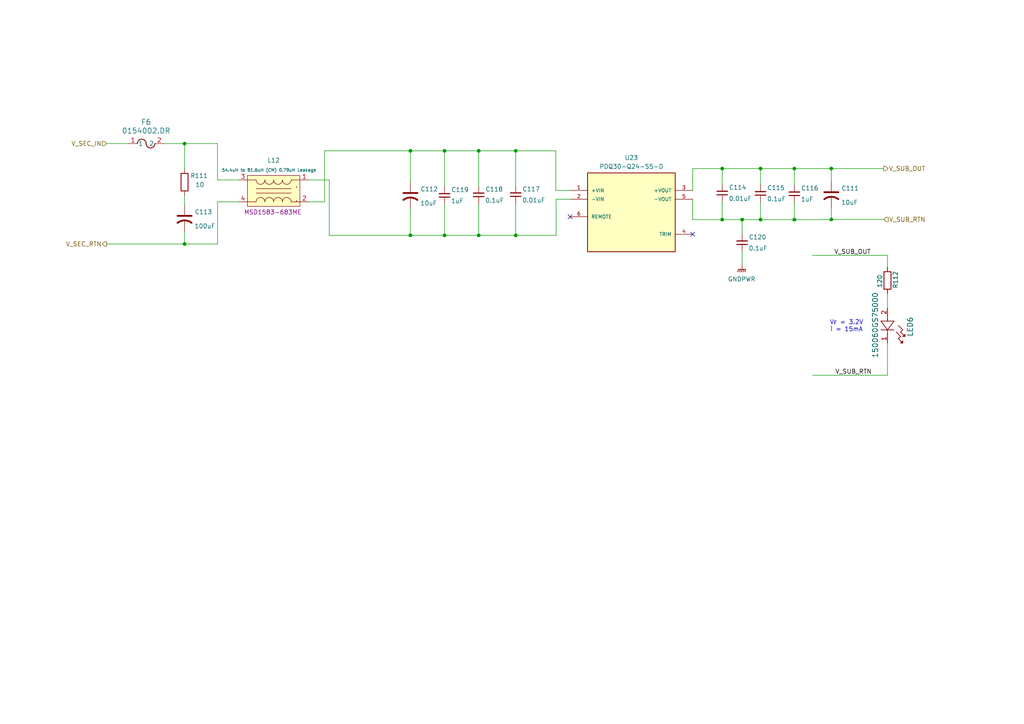
<source format=kicad_sch>
(kicad_sch
	(version 20250114)
	(generator "eeschema")
	(generator_version "9.0")
	(uuid "c211d991-f83b-4d2a-8ea3-427118f87ba1")
	(paper "A4")
	(lib_symbols
		(symbol "CUI:PDQ30-Q24-S5-D"
			(pin_names
				(offset 1.016)
			)
			(exclude_from_sim no)
			(in_bom yes)
			(on_board yes)
			(property "Reference" "U"
				(at -12.7244 10.1795 0)
				(effects
					(font
						(size 1.27 1.27)
					)
					(justify left bottom)
				)
			)
			(property "Value" "PDQ30-Q24-S5-D"
				(at -12.746 -15.2952 0)
				(effects
					(font
						(size 1.27 1.27)
					)
					(justify left bottom)
				)
			)
			(property "Footprint" "CUI:CONV_PDQ30-Q24-S5-D"
				(at 0 0 0)
				(effects
					(font
						(size 1.27 1.27)
					)
					(justify bottom)
					(hide yes)
				)
			)
			(property "Datasheet" "https://www.belfuse.com/media/datasheets/products/power-supplies/PDQ30-D.pdf"
				(at 0 0 0)
				(effects
					(font
						(size 1.27 1.27)
					)
					(hide yes)
				)
			)
			(property "Description" "Isolated Module DC DC Converter 1 Output 5V 6A 9V - 36V Input"
				(at 0 0 0)
				(effects
					(font
						(size 1.27 1.27)
					)
					(hide yes)
				)
			)
			(property "Manufacturer" "CUI Inc"
				(at 0 0 0)
				(effects
					(font
						(size 1.27 1.27)
					)
					(justify bottom)
					(hide yes)
				)
			)
			(property "Man. Part Num" "PDQ30-Q24-S5-D"
				(at 0 0 0)
				(effects
					(font
						(size 1.27 1.27)
					)
					(hide yes)
				)
			)
			(property "Distributor" "Mouser"
				(at 0 0 0)
				(effects
					(font
						(size 1.27 1.27)
					)
					(hide yes)
				)
			)
			(property "Dist. Part Num" "490-PDQ30-Q24-S5-D"
				(at 0 0 0)
				(effects
					(font
						(size 1.27 1.27)
					)
					(hide yes)
				)
			)
			(property "Part Type" "Through Hole"
				(at 0 0 0)
				(effects
					(font
						(size 1.27 1.27)
					)
					(hide yes)
				)
			)
			(property "Package" "-"
				(at 0 0 0)
				(effects
					(font
						(size 1.27 1.27)
					)
					(hide yes)
				)
			)
			(property "Notes" ""
				(at 0 0 0)
				(effects
					(font
						(size 1.27 1.27)
					)
					(hide yes)
				)
			)
			(symbol "PDQ30-Q24-S5-D_0_0"
				(rectangle
					(start -12.7 -12.7)
					(end 12.7 10.16)
					(stroke
						(width 0.254)
						(type default)
					)
					(fill
						(type background)
					)
				)
				(pin input line
					(at -17.78 5.08 0)
					(length 5.08)
					(name "+VIN"
						(effects
							(font
								(size 1.016 1.016)
							)
						)
					)
					(number "1"
						(effects
							(font
								(size 1.016 1.016)
							)
						)
					)
				)
				(pin input line
					(at -17.78 2.54 0)
					(length 5.08)
					(name "-VIN"
						(effects
							(font
								(size 1.016 1.016)
							)
						)
					)
					(number "2"
						(effects
							(font
								(size 1.016 1.016)
							)
						)
					)
				)
				(pin input line
					(at -17.78 -2.54 0)
					(length 5.08)
					(name "REMOTE"
						(effects
							(font
								(size 1.016 1.016)
							)
						)
					)
					(number "6"
						(effects
							(font
								(size 1.016 1.016)
							)
						)
					)
				)
				(pin output line
					(at 17.78 5.08 180)
					(length 5.08)
					(name "+VOUT"
						(effects
							(font
								(size 1.016 1.016)
							)
						)
					)
					(number "3"
						(effects
							(font
								(size 1.016 1.016)
							)
						)
					)
				)
				(pin output line
					(at 17.78 2.54 180)
					(length 5.08)
					(name "-VOUT"
						(effects
							(font
								(size 1.016 1.016)
							)
						)
					)
					(number "5"
						(effects
							(font
								(size 1.016 1.016)
							)
						)
					)
				)
				(pin passive line
					(at 17.78 -7.62 180)
					(length 5.08)
					(name "TRIM"
						(effects
							(font
								(size 1.016 1.016)
							)
						)
					)
					(number "4"
						(effects
							(font
								(size 1.016 1.016)
							)
						)
					)
				)
			)
			(embedded_fonts no)
		)
		(symbol "CoilCraft:MSD1583-105"
			(exclude_from_sim no)
			(in_bom yes)
			(on_board yes)
			(property "Reference" "L"
				(at -3.81 -2.54 0)
				(effects
					(font
						(size 1.27 1.27)
					)
				)
			)
			(property "Value" "900uH to 1mH (CM) 2uH Leakage"
				(at 20.32 8.89 0)
				(effects
					(font
						(size 1.27 1.27)
					)
				)
			)
			(property "Footprint" "CoilCraft:MSD1583-105"
				(at 20.32 8.89 0)
				(effects
					(font
						(size 1.27 1.27)
					)
					(hide yes)
				)
			)
			(property "Datasheet" "https://www.coilcraft.com/getmedia/ad29d13c-1804-4028-bd90-ce6471403018/msd1583_cm.pdf"
				(at 20.32 8.89 0)
				(effects
					(font
						(size 1.27 1.27)
					)
					(hide yes)
				)
			)
			(property "Description" "Common Mode Chokes – MSD1583"
				(at 20.32 8.89 0)
				(effects
					(font
						(size 1.27 1.27)
					)
					(hide yes)
				)
			)
			(property "Manufacturer" "Coil Craft"
				(at 0 0 0)
				(effects
					(font
						(size 1.27 1.27)
					)
					(hide yes)
				)
			)
			(property "Man. Part Num" "MSD1583-105KE_"
				(at 0 0 0)
				(effects
					(font
						(size 1.27 1.27)
					)
					(hide yes)
				)
			)
			(property "Distributor" "Coil Craft"
				(at 0 0 0)
				(effects
					(font
						(size 1.27 1.27)
					)
					(hide yes)
				)
			)
			(property "Dist. Part Num" "MSD1583-105KE_"
				(at 0 0 0)
				(effects
					(font
						(size 1.27 1.27)
					)
					(hide yes)
				)
			)
			(property "Package" ""
				(at 0 0 0)
				(effects
					(font
						(size 1.27 1.27)
					)
					(hide yes)
				)
			)
			(property "Part Type" "SMD"
				(at 0 0 0)
				(effects
					(font
						(size 1.27 1.27)
					)
					(hide yes)
				)
			)
			(property "Notes" ""
				(at 0 0 0)
				(effects
					(font
						(size 1.27 1.27)
					)
					(hide yes)
				)
			)
			(symbol "MSD1583-105_0_1"
				(arc
					(start 6.35 6.35)
					(mid 5.452 6.722)
					(end 5.08 7.62)
					(stroke
						(width 0)
						(type default)
					)
					(fill
						(type none)
					)
				)
				(arc
					(start 7.62 7.62)
					(mid 7.248 6.722)
					(end 6.35 6.35)
					(stroke
						(width 0)
						(type default)
					)
					(fill
						(type none)
					)
				)
				(arc
					(start 5.0799 1.2701)
					(mid 5.4519 2.1681)
					(end 6.3499 2.5401)
					(stroke
						(width 0)
						(type default)
					)
					(fill
						(type none)
					)
				)
				(arc
					(start 6.3499 2.5401)
					(mid 7.248 2.1682)
					(end 7.6199 1.2701)
					(stroke
						(width 0)
						(type default)
					)
					(fill
						(type none)
					)
				)
				(arc
					(start 8.89 6.35)
					(mid 7.992 6.722)
					(end 7.62 7.62)
					(stroke
						(width 0)
						(type default)
					)
					(fill
						(type none)
					)
				)
				(arc
					(start 10.16 7.62)
					(mid 9.788 6.722)
					(end 8.89 6.35)
					(stroke
						(width 0)
						(type default)
					)
					(fill
						(type none)
					)
				)
				(arc
					(start 7.6199 1.2701)
					(mid 7.9919 2.1681)
					(end 8.8899 2.5401)
					(stroke
						(width 0)
						(type default)
					)
					(fill
						(type none)
					)
				)
				(arc
					(start 8.8899 2.5401)
					(mid 9.788 2.1682)
					(end 10.1599 1.2701)
					(stroke
						(width 0)
						(type default)
					)
					(fill
						(type none)
					)
				)
				(arc
					(start 11.43 6.35)
					(mid 10.532 6.722)
					(end 10.16 7.62)
					(stroke
						(width 0)
						(type default)
					)
					(fill
						(type none)
					)
				)
				(arc
					(start 12.7 7.62)
					(mid 12.328 6.722)
					(end 11.43 6.35)
					(stroke
						(width 0)
						(type default)
					)
					(fill
						(type none)
					)
				)
				(arc
					(start 10.1599 1.2701)
					(mid 10.5319 2.1681)
					(end 11.4299 2.5401)
					(stroke
						(width 0)
						(type default)
					)
					(fill
						(type none)
					)
				)
				(arc
					(start 11.4299 2.5401)
					(mid 12.328 2.1682)
					(end 12.6999 1.2701)
					(stroke
						(width 0)
						(type default)
					)
					(fill
						(type none)
					)
				)
				(arc
					(start 13.97 6.35)
					(mid 13.072 6.722)
					(end 12.7 7.62)
					(stroke
						(width 0)
						(type default)
					)
					(fill
						(type none)
					)
				)
				(arc
					(start 15.24 7.62)
					(mid 14.868 6.722)
					(end 13.97 6.35)
					(stroke
						(width 0)
						(type default)
					)
					(fill
						(type none)
					)
				)
				(arc
					(start 12.6999 1.2701)
					(mid 13.0719 2.1681)
					(end 13.9699 2.5401)
					(stroke
						(width 0)
						(type default)
					)
					(fill
						(type none)
					)
				)
				(arc
					(start 13.9699 2.5401)
					(mid 14.868 2.1682)
					(end 15.2399 1.2701)
					(stroke
						(width 0)
						(type default)
					)
					(fill
						(type none)
					)
				)
				(polyline
					(pts
						(xy 15.24 5.08) (xy 5.08 5.08)
					)
					(stroke
						(width 0)
						(type default)
					)
					(fill
						(type none)
					)
				)
			)
			(symbol "MSD1583-105_1_1"
				(polyline
					(pts
						(xy 5.08 7.62) (xy 2.54 7.62)
					)
					(stroke
						(width 0)
						(type default)
					)
					(fill
						(type none)
					)
				)
				(polyline
					(pts
						(xy 5.08 1.27) (xy 2.54 1.27)
					)
					(stroke
						(width 0)
						(type default)
					)
					(fill
						(type none)
					)
				)
				(polyline
					(pts
						(xy 15.24 7.62) (xy 17.78 7.62)
					)
					(stroke
						(width 0)
						(type default)
					)
					(fill
						(type none)
					)
				)
				(polyline
					(pts
						(xy 15.24 3.81) (xy 5.08 3.81)
					)
					(stroke
						(width 0)
						(type default)
					)
					(fill
						(type none)
					)
				)
				(polyline
					(pts
						(xy 15.24 1.27) (xy 17.78 1.27)
					)
					(stroke
						(width 0)
						(type default)
					)
					(fill
						(type none)
					)
				)
				(rectangle
					(start 17.78 0)
					(end 2.54 8.89)
					(stroke
						(width 0)
						(type default)
					)
					(fill
						(type background)
					)
				)
				(text "."
					(at 16.764 6.096 0)
					(effects
						(font
							(size 1.27 1.27)
						)
					)
				)
				(text "."
					(at 16.764 2.032 0)
					(effects
						(font
							(size 1.27 1.27)
						)
					)
				)
				(pin input line
					(at 0 7.62 0)
					(length 2.54)
					(name ""
						(effects
							(font
								(size 1.27 1.27)
							)
						)
					)
					(number "3"
						(effects
							(font
								(size 1.27 1.27)
							)
						)
					)
				)
				(pin input line
					(at 0 1.27 0)
					(length 2.54)
					(name ""
						(effects
							(font
								(size 1.27 1.27)
							)
						)
					)
					(number "4"
						(effects
							(font
								(size 1.27 1.27)
							)
						)
					)
				)
				(pin input line
					(at 20.32 7.62 180)
					(length 2.54)
					(name ""
						(effects
							(font
								(size 1.27 1.27)
							)
						)
					)
					(number "1"
						(effects
							(font
								(size 1.27 1.27)
							)
						)
					)
				)
				(pin input line
					(at 20.32 1.27 180)
					(length 2.54)
					(name ""
						(effects
							(font
								(size 1.27 1.27)
							)
						)
					)
					(number "2"
						(effects
							(font
								(size 1.27 1.27)
							)
						)
					)
				)
			)
			(embedded_fonts no)
		)
		(symbol "Little_Fuse:0154002.DR"
			(pin_names
				(offset 0.254)
			)
			(exclude_from_sim no)
			(in_bom yes)
			(on_board yes)
			(property "Reference" "F"
				(at 5.08 3.175 0)
				(effects
					(font
						(size 1.524 1.524)
					)
				)
			)
			(property "Value" "0154002.DR"
				(at 5.08 -3.175 0)
				(effects
					(font
						(size 1.524 1.524)
					)
				)
			)
			(property "Footprint" "0154Series_LTF"
				(at 0 0 0)
				(effects
					(font
						(size 1.27 1.27)
						(italic yes)
					)
					(hide yes)
				)
			)
			(property "Datasheet" "https://www.littelfuse.com/assetdocs/littelfuse-fuse-154-series-data-sheet?assetguid=a8a8a462-7295-481b-a91b-d770dabf005b"
				(at 0 0 0)
				(effects
					(font
						(size 1.27 1.27)
						(italic yes)
					)
					(hide yes)
				)
			)
			(property "Description" "2 A 125 V AC 125 V DC Fuse Board Mount (Cartridge Style Excluded) Requires Holder, Surface Mount 2-SMD, Square End Block with Holder"
				(at 0 0 0)
				(effects
					(font
						(size 1.27 1.27)
					)
					(hide yes)
				)
			)
			(property "Manufacturer" "Little Fuse"
				(at 0 0 0)
				(effects
					(font
						(size 1.27 1.27)
					)
					(hide yes)
				)
			)
			(property "Man. Part Num" "0154002.DR"
				(at 0 0 0)
				(effects
					(font
						(size 1.27 1.27)
					)
					(hide yes)
				)
			)
			(property "Distributor" "Digi-Key"
				(at 0 0 0)
				(effects
					(font
						(size 1.27 1.27)
					)
					(hide yes)
				)
			)
			(property "Dist. Part Num" "F1224CT-ND"
				(at 0 0 0)
				(effects
					(font
						(size 1.27 1.27)
					)
					(hide yes)
				)
			)
			(property "Part Type" "SMD"
				(at 0 0 0)
				(effects
					(font
						(size 1.27 1.27)
					)
					(hide yes)
				)
			)
			(property "Package" "Surface Mount 2-SMD, Square End Block with Holder"
				(at 0 0 0)
				(effects
					(font
						(size 1.27 1.27)
					)
					(hide yes)
				)
			)
			(property "Notes" ""
				(at 0 0 0)
				(effects
					(font
						(size 1.27 1.27)
					)
					(hide yes)
				)
			)
			(property "ki_keywords" "0154002.DR"
				(at 0 0 0)
				(effects
					(font
						(size 1.27 1.27)
					)
					(hide yes)
				)
			)
			(property "ki_fp_filters" "0154Series_LTF"
				(at 0 0 0)
				(effects
					(font
						(size 1.27 1.27)
					)
					(hide yes)
				)
			)
			(symbol "0154002.DR_1_1"
				(arc
					(start 2.54 0)
					(mid 3.81 1.2645)
					(end 5.08 0)
					(stroke
						(width 0.254)
						(type default)
					)
					(fill
						(type none)
					)
				)
				(arc
					(start 7.62 0)
					(mid 6.35 -1.2645)
					(end 5.08 0)
					(stroke
						(width 0.254)
						(type default)
					)
					(fill
						(type none)
					)
				)
				(pin unspecified line
					(at 0 0 0)
					(length 2.54)
					(name "1"
						(effects
							(font
								(size 1.27 1.27)
							)
						)
					)
					(number "1"
						(effects
							(font
								(size 1.27 1.27)
							)
						)
					)
				)
				(pin unspecified line
					(at 10.16 0 180)
					(length 2.54)
					(name "2"
						(effects
							(font
								(size 1.27 1.27)
							)
						)
					)
					(number "2"
						(effects
							(font
								(size 1.27 1.27)
							)
						)
					)
				)
			)
			(symbol "0154002.DR_1_2"
				(arc
					(start 0 7.62)
					(mid 1.2645 6.35)
					(end 0 5.08)
					(stroke
						(width 0.254)
						(type default)
					)
					(fill
						(type none)
					)
				)
				(arc
					(start 0 2.54)
					(mid -1.2645 3.81)
					(end 0 5.08)
					(stroke
						(width 0.254)
						(type default)
					)
					(fill
						(type none)
					)
				)
				(pin unspecified line
					(at 0 10.16 270)
					(length 2.54)
					(name "2"
						(effects
							(font
								(size 1.27 1.27)
							)
						)
					)
					(number "2"
						(effects
							(font
								(size 1.27 1.27)
							)
						)
					)
				)
				(pin unspecified line
					(at 0 0 90)
					(length 2.54)
					(name "1"
						(effects
							(font
								(size 1.27 1.27)
							)
						)
					)
					(number "1"
						(effects
							(font
								(size 1.27 1.27)
							)
						)
					)
				)
			)
			(embedded_fonts no)
		)
		(symbol "Passive_Parts:C"
			(pin_numbers
				(hide yes)
			)
			(pin_names
				(offset 0)
				(hide yes)
			)
			(exclude_from_sim no)
			(in_bom yes)
			(on_board yes)
			(property "Reference" "C"
				(at 2.54 5.08 0)
				(effects
					(font
						(size 1.27 1.27)
					)
				)
			)
			(property "Value" ""
				(at 0 0 0)
				(effects
					(font
						(size 1.27 1.27)
					)
				)
			)
			(property "Footprint" ""
				(at 0 0 0)
				(effects
					(font
						(size 1.27 1.27)
					)
					(hide yes)
				)
			)
			(property "Datasheet" ""
				(at 0 0 0)
				(effects
					(font
						(size 1.27 1.27)
					)
					(hide yes)
				)
			)
			(property "Description" ""
				(at 0 0 0)
				(effects
					(font
						(size 1.27 1.27)
					)
					(hide yes)
				)
			)
			(property "Manufacturer" ""
				(at 0 0 0)
				(effects
					(font
						(size 1.27 1.27)
					)
					(hide yes)
				)
			)
			(property "Man. Part Num" ""
				(at 0 0 0)
				(effects
					(font
						(size 1.27 1.27)
					)
					(hide yes)
				)
			)
			(property "Distributor" "Digi-Key"
				(at 0 0 0)
				(effects
					(font
						(size 1.27 1.27)
					)
					(hide yes)
				)
			)
			(property "Dist. Part Num" ""
				(at 0 0 0)
				(effects
					(font
						(size 1.27 1.27)
					)
					(hide yes)
				)
			)
			(property "Package" ""
				(at 0 0 0)
				(effects
					(font
						(size 1.27 1.27)
					)
					(hide yes)
				)
			)
			(property "Part Type" "SMD"
				(at 0 0 0)
				(effects
					(font
						(size 1.27 1.27)
					)
					(hide yes)
				)
			)
			(property "Notes" ""
				(at 0 0 0)
				(effects
					(font
						(size 1.27 1.27)
					)
					(hide yes)
				)
			)
			(symbol "C_0_1"
				(polyline
					(pts
						(xy 2.032 1.016) (xy 2.032 4.064)
					)
					(stroke
						(width 0.3048)
						(type default)
					)
					(fill
						(type none)
					)
				)
				(polyline
					(pts
						(xy 3.048 1.016) (xy 3.048 4.064)
					)
					(stroke
						(width 0.3302)
						(type default)
					)
					(fill
						(type none)
					)
				)
			)
			(symbol "C_1_1"
				(pin passive line
					(at 0 2.54 0)
					(length 2.032)
					(name "~"
						(effects
							(font
								(size 1.27 1.27)
							)
						)
					)
					(number "1"
						(effects
							(font
								(size 1.27 1.27)
							)
						)
					)
				)
				(pin passive line
					(at 5.08 2.54 180)
					(length 2.032)
					(name "~"
						(effects
							(font
								(size 1.27 1.27)
							)
						)
					)
					(number "2"
						(effects
							(font
								(size 1.27 1.27)
							)
						)
					)
				)
			)
			(embedded_fonts no)
		)
		(symbol "Passive_Parts:C_Tantalum"
			(pin_numbers
				(hide yes)
			)
			(pin_names
				(offset 0)
				(hide yes)
			)
			(exclude_from_sim no)
			(in_bom yes)
			(on_board yes)
			(property "Reference" "C"
				(at 0 0 0)
				(effects
					(font
						(size 1.27 1.27)
					)
				)
			)
			(property "Value" ""
				(at 0 0 0)
				(effects
					(font
						(size 1.27 1.27)
					)
				)
			)
			(property "Footprint" ""
				(at 0 0 0)
				(effects
					(font
						(size 1.27 1.27)
					)
					(hide yes)
				)
			)
			(property "Datasheet" ""
				(at 0 0 0)
				(effects
					(font
						(size 1.27 1.27)
					)
					(hide yes)
				)
			)
			(property "Description" ""
				(at 0 0 0)
				(effects
					(font
						(size 1.27 1.27)
					)
					(hide yes)
				)
			)
			(property "Manufacturer" ""
				(at 0 0 0)
				(effects
					(font
						(size 1.27 1.27)
					)
					(hide yes)
				)
			)
			(property "Man. Part Num" ""
				(at 0 0 0)
				(effects
					(font
						(size 1.27 1.27)
					)
					(hide yes)
				)
			)
			(property "Distributor" "Digi-Key"
				(at 0 0 0)
				(effects
					(font
						(size 1.27 1.27)
					)
					(hide yes)
				)
			)
			(property "Dist. Part Num" ""
				(at 0 0 0)
				(effects
					(font
						(size 1.27 1.27)
					)
					(hide yes)
				)
			)
			(property "Part Type" ""
				(at 0 0 0)
				(effects
					(font
						(size 1.27 1.27)
					)
					(hide yes)
				)
			)
			(property "Package" ""
				(at 0 0 0)
				(effects
					(font
						(size 1.27 1.27)
					)
					(hide yes)
				)
			)
			(property "Notes" ""
				(at 0 0 0)
				(effects
					(font
						(size 1.27 1.27)
					)
					(hide yes)
				)
			)
			(symbol "C_Tantalum_0_1"
				(polyline
					(pts
						(xy 4.318 0.508) (xy 4.318 4.572)
					)
					(stroke
						(width 0.508)
						(type default)
					)
					(fill
						(type none)
					)
				)
				(arc
					(start 6.35 0.508)
					(mid 5.6372 2.54)
					(end 6.35 4.572)
					(stroke
						(width 0.508)
						(type default)
					)
					(fill
						(type none)
					)
				)
			)
			(symbol "C_Tantalum_1_1"
				(pin passive line
					(at 1.27 2.54 0)
					(length 2.794)
					(name "~"
						(effects
							(font
								(size 1.27 1.27)
							)
						)
					)
					(number "1"
						(effects
							(font
								(size 1.27 1.27)
							)
						)
					)
				)
				(pin passive line
					(at 8.89 2.54 180)
					(length 3.302)
					(name "~"
						(effects
							(font
								(size 1.27 1.27)
							)
						)
					)
					(number "2"
						(effects
							(font
								(size 1.27 1.27)
							)
						)
					)
				)
			)
			(embedded_fonts no)
		)
		(symbol "Passive_Parts:R"
			(pin_numbers
				(hide yes)
			)
			(pin_names
				(offset 0)
				(hide yes)
			)
			(exclude_from_sim no)
			(in_bom yes)
			(on_board yes)
			(property "Reference" "R"
				(at 2.54 5.08 0)
				(effects
					(font
						(size 1.27 1.27)
					)
				)
			)
			(property "Value" ""
				(at 0 0 0)
				(effects
					(font
						(size 1.27 1.27)
					)
				)
			)
			(property "Footprint" ""
				(at 0 0 0)
				(effects
					(font
						(size 1.27 1.27)
					)
					(hide yes)
				)
			)
			(property "Datasheet" ""
				(at 0 0 0)
				(effects
					(font
						(size 1.27 1.27)
					)
					(hide yes)
				)
			)
			(property "Description" ""
				(at 0 0 0)
				(effects
					(font
						(size 1.27 1.27)
					)
					(hide yes)
				)
			)
			(property "Manufacturer" ""
				(at 0 0 0)
				(effects
					(font
						(size 1.27 1.27)
					)
					(hide yes)
				)
			)
			(property "Man. Part Num" ""
				(at 0 0 0)
				(effects
					(font
						(size 1.27 1.27)
					)
					(hide yes)
				)
			)
			(property "Distributor" "Digi-Key"
				(at 0 0 0)
				(effects
					(font
						(size 1.27 1.27)
					)
					(hide yes)
				)
			)
			(property "Dist. Part Num" ""
				(at 0 0 0)
				(effects
					(font
						(size 1.27 1.27)
					)
					(hide yes)
				)
			)
			(property "Part Type" "SMD"
				(at 0 0 0)
				(effects
					(font
						(size 1.27 1.27)
					)
					(hide yes)
				)
			)
			(property "Notes" ""
				(at 0 0 0)
				(effects
					(font
						(size 1.27 1.27)
					)
					(hide yes)
				)
			)
			(property "Package" ""
				(at 0 0 0)
				(effects
					(font
						(size 1.27 1.27)
					)
					(hide yes)
				)
			)
			(symbol "R_0_1"
				(rectangle
					(start 5.08 1.524)
					(end 0 3.556)
					(stroke
						(width 0.254)
						(type default)
					)
					(fill
						(type none)
					)
				)
			)
			(symbol "R_1_1"
				(pin passive line
					(at -1.27 2.54 0)
					(length 1.27)
					(name "~"
						(effects
							(font
								(size 1.27 1.27)
							)
						)
					)
					(number "1"
						(effects
							(font
								(size 1.27 1.27)
							)
						)
					)
				)
				(pin passive line
					(at 6.35 2.54 180)
					(length 1.27)
					(name "~"
						(effects
							(font
								(size 1.27 1.27)
							)
						)
					)
					(number "2"
						(effects
							(font
								(size 1.27 1.27)
							)
						)
					)
				)
			)
			(embedded_fonts no)
		)
		(symbol "Wurth_Elektronik:150060AS75000"
			(pin_names
				(offset 0.254)
			)
			(exclude_from_sim no)
			(in_bom yes)
			(on_board yes)
			(property "Reference" "LED"
				(at 5.08 -4.445 0)
				(effects
					(font
						(size 1.524 1.524)
					)
				)
			)
			(property "Value" "150060AS75000"
				(at 5.08 -7.62 0)
				(effects
					(font
						(size 1.524 1.524)
					)
				)
			)
			(property "Footprint" "LED_0AS75000_WRE"
				(at 0 0 0)
				(effects
					(font
						(size 1.27 1.27)
						(italic yes)
					)
					(hide yes)
				)
			)
			(property "Datasheet" "https://www.we-online.com/components/products/datasheet/150060AS75000.pdf"
				(at 0 0 0)
				(effects
					(font
						(size 1.27 1.27)
						(italic yes)
					)
					(hide yes)
				)
			)
			(property "Description" "LED AMBER CLEAR 0603 SMD"
				(at 0 0 0)
				(effects
					(font
						(size 1.27 1.27)
					)
					(hide yes)
				)
			)
			(property "Package" "0603"
				(at 0 0 0)
				(effects
					(font
						(size 1.27 1.27)
					)
					(hide yes)
				)
			)
			(property "Manufacturer" "Würth Elektronik"
				(at 0 0 0)
				(effects
					(font
						(size 1.27 1.27)
					)
					(hide yes)
				)
			)
			(property "Man. Part Num" "150060AS75000"
				(at 0 0 0)
				(effects
					(font
						(size 1.27 1.27)
					)
					(hide yes)
				)
			)
			(property "Distributor" "Digi-Key"
				(at 0 0 0)
				(effects
					(font
						(size 1.27 1.27)
					)
					(hide yes)
				)
			)
			(property "Dist. Part Num" "732-150060AS75000CT-ND"
				(at 0 0 0)
				(effects
					(font
						(size 1.27 1.27)
					)
					(hide yes)
				)
			)
			(property "Part Type" "SMD"
				(at 0 0 0)
				(effects
					(font
						(size 1.27 1.27)
					)
					(hide yes)
				)
			)
			(property "Notes" ""
				(at 0 0 0)
				(effects
					(font
						(size 1.27 1.27)
					)
					(hide yes)
				)
			)
			(property "ki_keywords" "150060AS75000"
				(at 0 0 0)
				(effects
					(font
						(size 1.27 1.27)
					)
					(hide yes)
				)
			)
			(property "ki_fp_filters" "LED_0AS75000_WRE"
				(at 0 0 0)
				(effects
					(font
						(size 1.27 1.27)
					)
					(hide yes)
				)
			)
			(symbol "150060AS75000_0_1"
				(polyline
					(pts
						(xy 2.54 0) (xy 3.4798 0)
					)
					(stroke
						(width 0.2032)
						(type default)
					)
					(fill
						(type none)
					)
				)
				(polyline
					(pts
						(xy 3.175 0) (xy 3.81 0)
					)
					(stroke
						(width 0.2032)
						(type default)
					)
					(fill
						(type none)
					)
				)
				(polyline
					(pts
						(xy 3.81 1.905) (xy 3.81 -1.905)
					)
					(stroke
						(width 0.2032)
						(type default)
					)
					(fill
						(type none)
					)
				)
				(polyline
					(pts
						(xy 3.81 -1.905) (xy 6.35 0)
					)
					(stroke
						(width 0.2032)
						(type default)
					)
					(fill
						(type none)
					)
				)
				(polyline
					(pts
						(xy 5.08 3.175) (xy 6.35 4.445)
					)
					(stroke
						(width 0.2032)
						(type default)
					)
					(fill
						(type none)
					)
				)
				(polyline
					(pts
						(xy 6.35 4.445) (xy 6.985 3.81)
					)
					(stroke
						(width 0.2032)
						(type default)
					)
					(fill
						(type none)
					)
				)
				(polyline
					(pts
						(xy 6.35 0) (xy 3.81 1.905)
					)
					(stroke
						(width 0.2032)
						(type default)
					)
					(fill
						(type none)
					)
				)
				(polyline
					(pts
						(xy 6.35 0) (xy 7.62 0)
					)
					(stroke
						(width 0.2032)
						(type default)
					)
					(fill
						(type none)
					)
				)
				(polyline
					(pts
						(xy 6.35 -1.905) (xy 6.35 1.905)
					)
					(stroke
						(width 0.2032)
						(type default)
					)
					(fill
						(type none)
					)
				)
				(polyline
					(pts
						(xy 6.985 3.81) (xy 8.255 5.08)
					)
					(stroke
						(width 0.2032)
						(type default)
					)
					(fill
						(type none)
					)
				)
				(polyline
					(pts
						(xy 6.985 2.54) (xy 8.255 3.81)
					)
					(stroke
						(width 0.2032)
						(type default)
					)
					(fill
						(type none)
					)
				)
				(polyline
					(pts
						(xy 7.62 5.08) (xy 8.255 4.445)
					)
					(stroke
						(width 0.2032)
						(type default)
					)
					(fill
						(type none)
					)
				)
				(polyline
					(pts
						(xy 8.255 5.08) (xy 7.62 5.08)
					)
					(stroke
						(width 0.2032)
						(type default)
					)
					(fill
						(type none)
					)
				)
				(polyline
					(pts
						(xy 8.255 4.445) (xy 8.255 5.08)
					)
					(stroke
						(width 0.2032)
						(type default)
					)
					(fill
						(type none)
					)
				)
				(polyline
					(pts
						(xy 8.255 3.81) (xy 8.89 3.175)
					)
					(stroke
						(width 0.2032)
						(type default)
					)
					(fill
						(type none)
					)
				)
				(polyline
					(pts
						(xy 8.89 3.175) (xy 10.16 4.445)
					)
					(stroke
						(width 0.2032)
						(type default)
					)
					(fill
						(type none)
					)
				)
				(polyline
					(pts
						(xy 9.525 4.445) (xy 10.16 3.81)
					)
					(stroke
						(width 0.2032)
						(type default)
					)
					(fill
						(type none)
					)
				)
				(polyline
					(pts
						(xy 10.16 4.445) (xy 9.525 4.445)
					)
					(stroke
						(width 0.2032)
						(type default)
					)
					(fill
						(type none)
					)
				)
				(polyline
					(pts
						(xy 10.16 3.81) (xy 10.16 4.445)
					)
					(stroke
						(width 0.2032)
						(type default)
					)
					(fill
						(type none)
					)
				)
				(pin unspecified line
					(at 0 0 0)
					(length 2.54)
					(name ""
						(effects
							(font
								(size 1.27 1.27)
							)
						)
					)
					(number "2"
						(effects
							(font
								(size 1.27 1.27)
							)
						)
					)
				)
				(pin unspecified line
					(at 10.16 0 180)
					(length 2.54)
					(name ""
						(effects
							(font
								(size 1.27 1.27)
							)
						)
					)
					(number "1"
						(effects
							(font
								(size 1.27 1.27)
							)
						)
					)
				)
			)
			(embedded_fonts no)
		)
		(symbol "power:GNDPWR"
			(power)
			(pin_numbers
				(hide yes)
			)
			(pin_names
				(offset 0)
				(hide yes)
			)
			(exclude_from_sim no)
			(in_bom yes)
			(on_board yes)
			(property "Reference" "#PWR"
				(at 0 -5.08 0)
				(effects
					(font
						(size 1.27 1.27)
					)
					(hide yes)
				)
			)
			(property "Value" "GNDPWR"
				(at 0 -3.302 0)
				(effects
					(font
						(size 1.27 1.27)
					)
				)
			)
			(property "Footprint" ""
				(at 0 -1.27 0)
				(effects
					(font
						(size 1.27 1.27)
					)
					(hide yes)
				)
			)
			(property "Datasheet" ""
				(at 0 -1.27 0)
				(effects
					(font
						(size 1.27 1.27)
					)
					(hide yes)
				)
			)
			(property "Description" "Power symbol creates a global label with name \"GNDPWR\" , global ground"
				(at 0 0 0)
				(effects
					(font
						(size 1.27 1.27)
					)
					(hide yes)
				)
			)
			(property "ki_keywords" "global ground"
				(at 0 0 0)
				(effects
					(font
						(size 1.27 1.27)
					)
					(hide yes)
				)
			)
			(symbol "GNDPWR_0_1"
				(polyline
					(pts
						(xy -1.016 -1.27) (xy -1.27 -2.032) (xy -1.27 -2.032)
					)
					(stroke
						(width 0.2032)
						(type default)
					)
					(fill
						(type none)
					)
				)
				(polyline
					(pts
						(xy -0.508 -1.27) (xy -0.762 -2.032) (xy -0.762 -2.032)
					)
					(stroke
						(width 0.2032)
						(type default)
					)
					(fill
						(type none)
					)
				)
				(polyline
					(pts
						(xy 0 -1.27) (xy 0 0)
					)
					(stroke
						(width 0)
						(type default)
					)
					(fill
						(type none)
					)
				)
				(polyline
					(pts
						(xy 0 -1.27) (xy -0.254 -2.032) (xy -0.254 -2.032)
					)
					(stroke
						(width 0.2032)
						(type default)
					)
					(fill
						(type none)
					)
				)
				(polyline
					(pts
						(xy 0.508 -1.27) (xy 0.254 -2.032) (xy 0.254 -2.032)
					)
					(stroke
						(width 0.2032)
						(type default)
					)
					(fill
						(type none)
					)
				)
				(polyline
					(pts
						(xy 1.016 -1.27) (xy -1.016 -1.27) (xy -1.016 -1.27)
					)
					(stroke
						(width 0.2032)
						(type default)
					)
					(fill
						(type none)
					)
				)
				(polyline
					(pts
						(xy 1.016 -1.27) (xy 0.762 -2.032) (xy 0.762 -2.032) (xy 0.762 -2.032)
					)
					(stroke
						(width 0.2032)
						(type default)
					)
					(fill
						(type none)
					)
				)
			)
			(symbol "GNDPWR_1_1"
				(pin power_in line
					(at 0 0 270)
					(length 0)
					(name "~"
						(effects
							(font
								(size 1.27 1.27)
							)
						)
					)
					(number "1"
						(effects
							(font
								(size 1.27 1.27)
							)
						)
					)
				)
			)
			(embedded_fonts no)
		)
	)
	(text "V_{F} = 3.2V\ni = 15mA"
		(exclude_from_sim no)
		(at 245.5351 94.6225 0)
		(effects
			(font
				(size 1.27 1.27)
			)
		)
		(uuid "a9354e69-47d7-43a2-8ae3-6a2bda898b4d")
	)
	(junction
		(at 53.5306 70.7794)
		(diameter 0)
		(color 0 0 0 0)
		(uuid "09cc0b20-408e-4c44-ac75-3581d7acf767")
	)
	(junction
		(at 241.1184 48.8902)
		(diameter 0)
		(color 0 0 0 0)
		(uuid "1b2275c9-e869-499d-92be-3f05907b8024")
	)
	(junction
		(at 230.403 48.8902)
		(diameter 0)
		(color 0 0 0 0)
		(uuid "403f5763-b307-4145-ae44-8cf0935a0af3")
	)
	(junction
		(at 138.8466 68.2682)
		(diameter 0)
		(color 0 0 0 0)
		(uuid "426698cb-713b-4f77-9dd0-d96a7a170845")
	)
	(junction
		(at 149.5808 43.749)
		(diameter 0)
		(color 0 0 0 0)
		(uuid "48463e04-52e7-401f-af9e-beea158f88f1")
	)
	(junction
		(at 220.5881 63.7023)
		(diameter 0)
		(color 0 0 0 0)
		(uuid "5643f89b-1dd5-4410-8c44-dcb293f64f12")
	)
	(junction
		(at 119.0349 43.749)
		(diameter 0)
		(color 0 0 0 0)
		(uuid "5a48b361-ed53-4083-bba1-85f33d7a8a88")
	)
	(junction
		(at 119.0349 68.2593)
		(diameter 0)
		(color 0 0 0 0)
		(uuid "775122a9-2b1a-4297-ba9f-eaf01fd1440a")
	)
	(junction
		(at 230.403 63.7023)
		(diameter 0)
		(color 0 0 0 0)
		(uuid "7876a43d-bf48-4ae2-a616-de51775984f3")
	)
	(junction
		(at 149.5808 68.2682)
		(diameter 0)
		(color 0 0 0 0)
		(uuid "7cfbcf0a-10bf-4613-9c22-00d24726d19c")
	)
	(junction
		(at 128.9342 43.749)
		(diameter 0)
		(color 0 0 0 0)
		(uuid "8bbac219-6997-46c9-80ae-aa66214d5142")
	)
	(junction
		(at 209.479 48.8902)
		(diameter 0)
		(color 0 0 0 0)
		(uuid "a367fb6f-2a18-40fe-914b-b3d593488843")
	)
	(junction
		(at 53.5306 41.6459)
		(diameter 0)
		(color 0 0 0 0)
		(uuid "a73a6171-0eb1-4ae1-886b-89cc7c91c077")
	)
	(junction
		(at 128.9342 68.2682)
		(diameter 0)
		(color 0 0 0 0)
		(uuid "b270ae2c-1bca-4d40-8dd3-49775de75e11")
	)
	(junction
		(at 138.8466 43.749)
		(diameter 0)
		(color 0 0 0 0)
		(uuid "d8f8e11d-33c8-48d9-ab88-ed29e6f9ba21")
	)
	(junction
		(at 220.5881 48.8902)
		(diameter 0)
		(color 0 0 0 0)
		(uuid "dd2a19d7-3757-4079-8a14-3aa234f220f9")
	)
	(junction
		(at 215.2493 63.7023)
		(diameter 0)
		(color 0 0 0 0)
		(uuid "de13bfd5-36d3-489d-8b20-27f48795b475")
	)
	(junction
		(at 241.1184 63.6519)
		(diameter 0)
		(color 0 0 0 0)
		(uuid "e18c5af9-caa4-47e6-afc0-389535c8251b")
	)
	(junction
		(at 209.479 63.7023)
		(diameter 0)
		(color 0 0 0 0)
		(uuid "fb4508e7-b818-42c3-b457-c147dabea041")
	)
	(no_connect
		(at 200.9117 67.9429)
		(uuid "3223eb06-0161-491a-838f-4a9035844124")
	)
	(no_connect
		(at 165.3517 62.8629)
		(uuid "c4838ea5-7b2b-4ac9-be54-e29febba517e")
	)
	(wire
		(pts
			(xy 149.5808 59.0012) (xy 149.5808 68.2682)
		)
		(stroke
			(width 0)
			(type default)
		)
		(uuid "0081a912-9dba-416a-8aab-d859eb4f5fe2")
	)
	(wire
		(pts
			(xy 209.479 63.7023) (xy 215.2493 63.7023)
		)
		(stroke
			(width 0)
			(type default)
		)
		(uuid "02cd478d-27d2-41ac-957a-0d2038bd3026")
	)
	(wire
		(pts
			(xy 119.0349 60.5485) (xy 119.0349 68.2593)
		)
		(stroke
			(width 0)
			(type default)
		)
		(uuid "0b388f5e-b43b-482b-8dfc-59b10c56ada0")
	)
	(wire
		(pts
			(xy 257.4012 99.4845) (xy 257.4012 108.8376)
		)
		(stroke
			(width 0)
			(type default)
		)
		(uuid "0d11b582-ceac-42d4-9df5-a9eb2d00c357")
	)
	(wire
		(pts
			(xy 241.1184 63.6519) (xy 241.1184 63.7023)
		)
		(stroke
			(width 0)
			(type default)
		)
		(uuid "135a949f-fefb-482b-81a9-09204ccca96a")
	)
	(wire
		(pts
			(xy 138.8466 59.0525) (xy 138.8466 68.2682)
		)
		(stroke
			(width 0)
			(type default)
		)
		(uuid "13f46845-3601-40b9-9f5b-1e6228c0bfe8")
	)
	(wire
		(pts
			(xy 119.0349 68.2682) (xy 128.9342 68.2682)
		)
		(stroke
			(width 0)
			(type default)
		)
		(uuid "1762c760-a236-416e-9c32-751b053776b2")
	)
	(wire
		(pts
			(xy 63.0849 41.6459) (xy 53.5306 41.6459)
		)
		(stroke
			(width 0)
			(type default)
		)
		(uuid "1e14d483-69ea-4ec7-80d1-abab6da09b34")
	)
	(wire
		(pts
			(xy 230.403 48.8902) (xy 220.5881 48.8902)
		)
		(stroke
			(width 0)
			(type default)
		)
		(uuid "221deee6-6b56-487d-b24d-e0556b5bd45b")
	)
	(wire
		(pts
			(xy 53.5306 41.6459) (xy 53.5306 49.0223)
		)
		(stroke
			(width 0)
			(type default)
		)
		(uuid "264389f3-3ca1-4ef3-bfbe-17d314f45d66")
	)
	(wire
		(pts
			(xy 165.3517 57.7829) (xy 161.2909 57.7829)
		)
		(stroke
			(width 0)
			(type default)
		)
		(uuid "2a46d2f6-f22a-4a9b-9973-2fb92502af75")
	)
	(wire
		(pts
			(xy 119.0349 43.749) (xy 128.9342 43.749)
		)
		(stroke
			(width 0)
			(type default)
		)
		(uuid "2b4bf78e-b07c-4fbb-add7-ffe2066a6437")
	)
	(wire
		(pts
			(xy 235.6629 108.8376) (xy 257.4012 108.8376)
		)
		(stroke
			(width 0)
			(type default)
		)
		(uuid "3320688b-1555-4994-aa88-07319848e3f2")
	)
	(wire
		(pts
			(xy 138.8466 68.2682) (xy 149.5808 68.2682)
		)
		(stroke
			(width 0)
			(type default)
		)
		(uuid "33502881-9d8d-4908-9f58-07662304b12a")
	)
	(wire
		(pts
			(xy 138.8466 43.749) (xy 149.5808 43.749)
		)
		(stroke
			(width 0)
			(type default)
		)
		(uuid "33a4d927-9b3a-46e1-8f06-f9d1901f4a94")
	)
	(wire
		(pts
			(xy 209.479 48.8902) (xy 209.479 53.4453)
		)
		(stroke
			(width 0)
			(type default)
		)
		(uuid "348c0cbe-f018-49ee-87ca-eb2e0d76e671")
	)
	(wire
		(pts
			(xy 69.211 52.1933) (xy 63.0849 52.1933)
		)
		(stroke
			(width 0)
			(type default)
		)
		(uuid "385306eb-9ceb-406d-8aeb-d86d0320d5c0")
	)
	(wire
		(pts
			(xy 53.5306 70.7794) (xy 30.936 70.7794)
		)
		(stroke
			(width 0)
			(type default)
		)
		(uuid "3a926667-a73d-472d-af10-2e1036cff477")
	)
	(wire
		(pts
			(xy 257.4012 74.0602) (xy 257.4012 77.5358)
		)
		(stroke
			(width 0)
			(type default)
		)
		(uuid "3c0ddf69-13b8-4a0d-bf5c-b8431e835965")
	)
	(wire
		(pts
			(xy 149.5808 53.9212) (xy 149.5808 43.749)
		)
		(stroke
			(width 0)
			(type default)
		)
		(uuid "3d38ff6c-658b-4a6c-bd0f-d302cc50041b")
	)
	(wire
		(pts
			(xy 47.471 41.6459) (xy 53.5306 41.6459)
		)
		(stroke
			(width 0)
			(type default)
		)
		(uuid "470cc1fe-5d92-41a1-9bda-76214fcadaca")
	)
	(wire
		(pts
			(xy 94.1328 58.5433) (xy 94.1328 43.7402)
		)
		(stroke
			(width 0)
			(type default)
		)
		(uuid "4757ed5b-6de2-42f2-b6ed-5a49bf3debca")
	)
	(wire
		(pts
			(xy 230.403 63.7023) (xy 220.5881 63.7023)
		)
		(stroke
			(width 0)
			(type default)
		)
		(uuid "524ee02a-1c4c-4338-94c3-332c5498b936")
	)
	(wire
		(pts
			(xy 119.0349 43.7402) (xy 119.0349 43.749)
		)
		(stroke
			(width 0)
			(type default)
		)
		(uuid "53dcd158-7663-4285-ba7f-f8534426fc4e")
	)
	(wire
		(pts
			(xy 161.2909 57.7829) (xy 161.2909 68.2682)
		)
		(stroke
			(width 0)
			(type default)
		)
		(uuid "619441c9-af81-40d2-8c72-fa0e5f2cd21d")
	)
	(wire
		(pts
			(xy 94.1328 43.7402) (xy 119.0349 43.7402)
		)
		(stroke
			(width 0)
			(type default)
		)
		(uuid "646ffb50-77c8-4137-8bcd-ec4b4446a327")
	)
	(wire
		(pts
			(xy 200.9117 63.7023) (xy 209.479 63.7023)
		)
		(stroke
			(width 0)
			(type default)
		)
		(uuid "64dd1987-f28c-4dee-b0f4-ecb5aed43a5d")
	)
	(wire
		(pts
			(xy 128.9342 59.2066) (xy 128.9342 68.2682)
		)
		(stroke
			(width 0)
			(type default)
		)
		(uuid "67d0dde5-10eb-4c3c-9c7d-59d2b0b82caa")
	)
	(wire
		(pts
			(xy 128.9342 68.2682) (xy 138.8466 68.2682)
		)
		(stroke
			(width 0)
			(type default)
		)
		(uuid "6bc24999-0703-430b-93e2-3c9323d4f2e9")
	)
	(wire
		(pts
			(xy 220.5881 48.8902) (xy 209.479 48.8902)
		)
		(stroke
			(width 0)
			(type default)
		)
		(uuid "6edab631-5831-4413-bfbd-6ae93f9174d4")
	)
	(wire
		(pts
			(xy 119.0349 43.749) (xy 119.0349 52.9285)
		)
		(stroke
			(width 0)
			(type default)
		)
		(uuid "702e07cf-daac-4c1d-8915-71eeb022286a")
	)
	(wire
		(pts
			(xy 128.9342 54.1266) (xy 128.9342 43.749)
		)
		(stroke
			(width 0)
			(type default)
		)
		(uuid "71492540-d9f1-4455-af03-5d537ea9ec65")
	)
	(wire
		(pts
			(xy 230.403 58.741) (xy 230.403 63.7023)
		)
		(stroke
			(width 0)
			(type default)
		)
		(uuid "7a439c5d-8524-4458-801d-b8010b027115")
	)
	(wire
		(pts
			(xy 241.1184 63.6519) (xy 256.372 63.6519)
		)
		(stroke
			(width 0)
			(type default)
		)
		(uuid "7f1f3137-fb6b-47c9-9eb9-2ee417130071")
	)
	(wire
		(pts
			(xy 200.9117 48.8902) (xy 209.479 48.8902)
		)
		(stroke
			(width 0)
			(type default)
		)
		(uuid "88467c56-243a-479e-89b3-02aaedb5d76d")
	)
	(wire
		(pts
			(xy 209.479 63.7023) (xy 209.479 58.5253)
		)
		(stroke
			(width 0)
			(type default)
		)
		(uuid "8f5fc41e-5d48-4b7f-8997-cc618d581e6e")
	)
	(wire
		(pts
			(xy 95.499 52.1933) (xy 95.499 68.2593)
		)
		(stroke
			(width 0)
			(type default)
		)
		(uuid "90ae9ff9-f815-4c9c-a635-2f7549278d89")
	)
	(wire
		(pts
			(xy 63.0849 52.1933) (xy 63.0849 41.6459)
		)
		(stroke
			(width 0)
			(type default)
		)
		(uuid "9120bcc9-7be6-49ef-8224-5185492612e1")
	)
	(wire
		(pts
			(xy 200.9117 55.2429) (xy 200.9117 48.8902)
		)
		(stroke
			(width 0)
			(type default)
		)
		(uuid "91528852-5cea-4fb3-a672-39ac5adc5a33")
	)
	(wire
		(pts
			(xy 220.5881 58.6331) (xy 220.5881 63.7023)
		)
		(stroke
			(width 0)
			(type default)
		)
		(uuid "94c680bc-3db8-476c-ad81-63eb22d38d0c")
	)
	(wire
		(pts
			(xy 241.1184 52.7038) (xy 241.1184 48.8902)
		)
		(stroke
			(width 0)
			(type default)
		)
		(uuid "97687b0d-6077-48d8-83c8-fa72e2442c79")
	)
	(wire
		(pts
			(xy 37.311 41.6459) (xy 30.912 41.6459)
		)
		(stroke
			(width 0)
			(type default)
		)
		(uuid "98c5bd98-f80c-4491-86d8-ef44447c7739")
	)
	(wire
		(pts
			(xy 235.609 74.0602) (xy 257.4012 74.0602)
		)
		(stroke
			(width 0)
			(type default)
		)
		(uuid "99ff7d69-ccc4-4719-98e3-b49719cce802")
	)
	(wire
		(pts
			(xy 149.5808 68.2682) (xy 161.2909 68.2682)
		)
		(stroke
			(width 0)
			(type default)
		)
		(uuid "9eb4eb78-2389-4b3e-b3d1-714a589e39d9")
	)
	(wire
		(pts
			(xy 63.0969 58.5433) (xy 69.211 58.5433)
		)
		(stroke
			(width 0)
			(type default)
		)
		(uuid "9f955cd9-59b7-47f8-8586-f7cc4641a412")
	)
	(wire
		(pts
			(xy 119.0349 68.2593) (xy 119.0349 68.2682)
		)
		(stroke
			(width 0)
			(type default)
		)
		(uuid "a071a070-1d4e-4e48-9400-f8aea32fd9aa")
	)
	(wire
		(pts
			(xy 220.5881 53.5531) (xy 220.5881 48.8902)
		)
		(stroke
			(width 0)
			(type default)
		)
		(uuid "a39430bd-1550-46fc-b445-564e8188ac8f")
	)
	(wire
		(pts
			(xy 241.1184 60.3238) (xy 241.1184 63.6519)
		)
		(stroke
			(width 0)
			(type default)
		)
		(uuid "a3c8d086-94a2-4fc6-839e-ec3ebecdfd2a")
	)
	(wire
		(pts
			(xy 200.9117 57.7829) (xy 200.9117 63.7023)
		)
		(stroke
			(width 0)
			(type default)
		)
		(uuid "aea34664-380e-4b56-b8bc-9ff7d5eb4ec5")
	)
	(wire
		(pts
			(xy 215.2493 67.862) (xy 215.2493 63.7023)
		)
		(stroke
			(width 0)
			(type default)
		)
		(uuid "b588b215-54e0-4c2a-b7fb-12f27f9af383")
	)
	(wire
		(pts
			(xy 215.2493 72.942) (xy 215.2493 76.8487)
		)
		(stroke
			(width 0)
			(type default)
		)
		(uuid "b7f9326e-be37-4394-a087-9c4c62517453")
	)
	(wire
		(pts
			(xy 257.4012 89.3245) (xy 257.4012 85.1558)
		)
		(stroke
			(width 0)
			(type default)
		)
		(uuid "baf2b1cc-eefc-4e81-aa64-a2c0960b19c1")
	)
	(wire
		(pts
			(xy 63.0969 70.7794) (xy 63.0969 58.5433)
		)
		(stroke
			(width 0)
			(type default)
		)
		(uuid "ca498bf8-4379-4937-bde0-9458aa236918")
	)
	(wire
		(pts
			(xy 230.403 48.8902) (xy 241.1184 48.8902)
		)
		(stroke
			(width 0)
			(type default)
		)
		(uuid "cd25f3ed-b9fe-4850-86f1-a2d6da1d0bc8")
	)
	(wire
		(pts
			(xy 230.403 53.661) (xy 230.403 48.8902)
		)
		(stroke
			(width 0)
			(type default)
		)
		(uuid "ce2b1239-13d8-49f2-a53e-58c19a54e1f4")
	)
	(wire
		(pts
			(xy 215.2493 63.7023) (xy 220.5881 63.7023)
		)
		(stroke
			(width 0)
			(type default)
		)
		(uuid "d1879457-3ee9-4be6-b86d-6ce805bb131b")
	)
	(wire
		(pts
			(xy 89.531 58.5433) (xy 94.1328 58.5433)
		)
		(stroke
			(width 0)
			(type default)
		)
		(uuid "d34319da-974a-4979-9268-8c813c3e3880")
	)
	(wire
		(pts
			(xy 149.5808 43.749) (xy 161.219 43.749)
		)
		(stroke
			(width 0)
			(type default)
		)
		(uuid "d5278396-ef24-4d0a-b6eb-fa926bf6c8d0")
	)
	(wire
		(pts
			(xy 53.5306 59.5583) (xy 53.5306 56.6423)
		)
		(stroke
			(width 0)
			(type default)
		)
		(uuid "d90de0f5-816c-4f23-8e5b-9950c418653d")
	)
	(wire
		(pts
			(xy 161.219 55.2429) (xy 161.219 43.749)
		)
		(stroke
			(width 0)
			(type default)
		)
		(uuid "d988ca09-78b3-4ecf-975d-99061c47a5d9")
	)
	(wire
		(pts
			(xy 128.9342 43.749) (xy 138.8466 43.749)
		)
		(stroke
			(width 0)
			(type default)
		)
		(uuid "e1df7921-c545-4919-afc3-203094f82195")
	)
	(wire
		(pts
			(xy 138.8466 53.9725) (xy 138.8466 43.749)
		)
		(stroke
			(width 0)
			(type default)
		)
		(uuid "e2e827de-ddde-4ce6-8e60-778ce05c0558")
	)
	(wire
		(pts
			(xy 53.5306 67.1783) (xy 53.5306 70.7794)
		)
		(stroke
			(width 0)
			(type default)
		)
		(uuid "e3765455-1bbb-4f18-b68d-9d3ebc3bc5fa")
	)
	(wire
		(pts
			(xy 53.5306 70.7794) (xy 63.0969 70.7794)
		)
		(stroke
			(width 0)
			(type default)
		)
		(uuid "e5a54153-915e-4146-9788-8c24b96a34b8")
	)
	(wire
		(pts
			(xy 165.3517 55.2429) (xy 161.219 55.2429)
		)
		(stroke
			(width 0)
			(type default)
		)
		(uuid "e5d83ab1-0b29-4123-a9ec-7ba2c6ddebe0")
	)
	(wire
		(pts
			(xy 89.531 52.1933) (xy 95.499 52.1933)
		)
		(stroke
			(width 0)
			(type default)
		)
		(uuid "e6d4662e-f4c6-4fd6-b55c-e33eef3cc3fb")
	)
	(wire
		(pts
			(xy 241.1184 63.7023) (xy 230.403 63.7023)
		)
		(stroke
			(width 0)
			(type default)
		)
		(uuid "e72553f9-0fcd-4a73-830c-7c1163dfb18c")
	)
	(wire
		(pts
			(xy 95.499 68.2593) (xy 119.0349 68.2593)
		)
		(stroke
			(width 0)
			(type default)
		)
		(uuid "f76a416b-0ebe-424c-8136-3c68c39b69cd")
	)
	(wire
		(pts
			(xy 241.1184 48.8902) (xy 256.3001 48.8902)
		)
		(stroke
			(width 0)
			(type default)
		)
		(uuid "fe4cfbe6-1252-48da-a86a-d850de7c1521")
	)
	(label "V_SUB_OUT"
		(at 241.9185 74.0602 0)
		(effects
			(font
				(size 1.27 1.27)
			)
			(justify left bottom)
		)
		(uuid "2f09832d-901e-4250-aad1-7e7113c6106e")
	)
	(label "V_SUB_RTN"
		(at 242.2421 108.8376 0)
		(effects
			(font
				(size 1.27 1.27)
			)
			(justify left bottom)
		)
		(uuid "9502abb1-6356-4c9e-9aa2-3a8c8ca1befe")
	)
	(hierarchical_label "V_SEC_IN"
		(shape input)
		(at 30.912 41.6459 180)
		(effects
			(font
				(size 1.27 1.27)
			)
			(justify right)
		)
		(uuid "20b8b010-6507-428e-8958-41bbbd092be8")
	)
	(hierarchical_label "V_SUB_RTN"
		(shape input)
		(at 256.372 63.6519 0)
		(effects
			(font
				(size 1.27 1.27)
			)
			(justify left)
		)
		(uuid "5a1b945c-8595-4c4f-bf2f-2077a77b2aaf")
	)
	(hierarchical_label "V_SUB_OUT"
		(shape output)
		(at 256.3001 48.8902 0)
		(effects
			(font
				(size 1.27 1.27)
			)
			(justify left)
		)
		(uuid "72dbc21b-cc25-4519-bdb9-14ed9aff8813")
	)
	(hierarchical_label "V_SEC_RTN"
		(shape output)
		(at 30.936 70.7794 180)
		(effects
			(font
				(size 1.27 1.27)
			)
			(justify right)
		)
		(uuid "cb9ff9ef-9bf4-4f54-ac82-8817bccd6df5")
	)
	(symbol
		(lib_id "CUI:PDQ30-Q24-S5-D")
		(at 183.1317 60.3229 0)
		(unit 1)
		(exclude_from_sim no)
		(in_bom yes)
		(on_board yes)
		(dnp no)
		(fields_autoplaced yes)
		(uuid "092d5113-70f9-4896-8de7-30f0a58091ce")
		(property "Reference" "U23"
			(at 183.1317 45.7643 0)
			(effects
				(font
					(size 1.27 1.27)
				)
			)
		)
		(property "Value" "PDQ30-Q24-S5-D"
			(at 183.1317 48.3043 0)
			(effects
				(font
					(size 1.27 1.27)
				)
			)
		)
		(property "Footprint" "CUI:CONV_PDQ30-Q24-S5-D"
			(at 183.1317 60.3229 0)
			(effects
				(font
					(size 1.27 1.27)
				)
				(justify bottom)
				(hide yes)
			)
		)
		(property "Datasheet" "https://www.belfuse.com/media/datasheets/products/power-supplies/PDQ30-D.pdf"
			(at 183.1317 60.3229 0)
			(effects
				(font
					(size 1.27 1.27)
				)
				(hide yes)
			)
		)
		(property "Description" "Isolated Module DC DC Converter 1 Output 5V 6A 9V - 36V Input"
			(at 183.1317 60.3229 0)
			(effects
				(font
					(size 1.27 1.27)
				)
				(hide yes)
			)
		)
		(property "Manufacturer" "CUI Inc"
			(at 183.1317 60.3229 0)
			(effects
				(font
					(size 1.27 1.27)
				)
				(justify bottom)
				(hide yes)
			)
		)
		(property "Man. Part Num" "PDQ30-Q24-S5-D"
			(at 183.1317 60.3229 0)
			(effects
				(font
					(size 1.27 1.27)
				)
				(hide yes)
			)
		)
		(property "Distributor" "Mouser"
			(at 183.1317 60.3229 0)
			(effects
				(font
					(size 1.27 1.27)
				)
				(hide yes)
			)
		)
		(property "Dist. Part Num" "490-PDQ30-Q24-S5-D"
			(at 183.1317 60.3229 0)
			(effects
				(font
					(size 1.27 1.27)
				)
				(hide yes)
			)
		)
		(property "Part Type" "Through Hole"
			(at 183.1317 60.3229 0)
			(effects
				(font
					(size 1.27 1.27)
				)
				(hide yes)
			)
		)
		(property "Package" "-"
			(at 183.1317 60.3229 0)
			(effects
				(font
					(size 1.27 1.27)
				)
				(hide yes)
			)
		)
		(property "Notes" ""
			(at 183.1317 60.3229 0)
			(effects
				(font
					(size 1.27 1.27)
				)
				(hide yes)
			)
		)
		(pin "1"
			(uuid "45c93cfd-fa0a-4932-90d6-2fff1f4ae4eb")
		)
		(pin "6"
			(uuid "a671af9e-7006-439c-b534-19a817be949b")
		)
		(pin "2"
			(uuid "175f5a51-de3a-4052-9e06-cd764cc3279c")
		)
		(pin "4"
			(uuid "6c5f7f4c-a9d7-4717-8479-e8a3f2d12158")
		)
		(pin "5"
			(uuid "6a6f1c1e-107f-4bbd-87b3-3689ebc762db")
		)
		(pin "3"
			(uuid "da811acb-6b22-4797-8721-4d2fa717796f")
		)
		(instances
			(project ""
				(path "/55dc6af3-8895-4b35-aaf0-b3810c84e0eb/83fd5e4f-9d7e-4093-8df3-4d12ca11b879"
					(reference "U23")
					(unit 1)
				)
			)
		)
	)
	(symbol
		(lib_id "Little_Fuse:0154002.DR")
		(at 37.311 41.6459 0)
		(unit 1)
		(exclude_from_sim no)
		(in_bom yes)
		(on_board yes)
		(dnp no)
		(fields_autoplaced yes)
		(uuid "13a2679c-0f69-4816-906b-6299662ad82b")
		(property "Reference" "F6"
			(at 42.391 35.3948 0)
			(effects
				(font
					(size 1.524 1.524)
				)
			)
		)
		(property "Value" "0154002.DR"
			(at 42.391 37.9348 0)
			(effects
				(font
					(size 1.524 1.524)
				)
			)
		)
		(property "Footprint" "Little_Fuse:0154Series_LTF"
			(at 37.311 41.6459 0)
			(effects
				(font
					(size 1.27 1.27)
					(italic yes)
				)
				(hide yes)
			)
		)
		(property "Datasheet" "https://www.littelfuse.com/assetdocs/littelfuse-fuse-154-series-data-sheet?assetguid=a8a8a462-7295-481b-a91b-d770dabf005b"
			(at 37.311 41.6459 0)
			(effects
				(font
					(size 1.27 1.27)
					(italic yes)
				)
				(hide yes)
			)
		)
		(property "Description" "2 A 125 V AC 125 V DC Fuse Board Mount (Cartridge Style Excluded) Requires Holder, Surface Mount 2-SMD, Square End Block with Holder"
			(at 37.311 41.6459 0)
			(effects
				(font
					(size 1.27 1.27)
				)
				(hide yes)
			)
		)
		(property "Manufacturer" "Little Fuse"
			(at 37.311 41.6459 0)
			(effects
				(font
					(size 1.27 1.27)
				)
				(hide yes)
			)
		)
		(property "Man. Part Num" "0154002.DR"
			(at 37.311 41.6459 0)
			(effects
				(font
					(size 1.27 1.27)
				)
				(hide yes)
			)
		)
		(property "Distributor" "Digi-Key"
			(at 37.311 41.6459 0)
			(effects
				(font
					(size 1.27 1.27)
				)
				(hide yes)
			)
		)
		(property "Dist. Part Num" "F1224CT-ND"
			(at 37.311 41.6459 0)
			(effects
				(font
					(size 1.27 1.27)
				)
				(hide yes)
			)
		)
		(property "Part Type" "SMD"
			(at 37.311 41.6459 0)
			(effects
				(font
					(size 1.27 1.27)
				)
				(hide yes)
			)
		)
		(property "Package" "Surface Mount 2-SMD, Square End Block with Holder"
			(at 37.311 41.6459 0)
			(effects
				(font
					(size 1.27 1.27)
				)
				(hide yes)
			)
		)
		(property "Notes" ""
			(at 37.311 41.6459 0)
			(effects
				(font
					(size 1.27 1.27)
				)
				(hide yes)
			)
		)
		(pin "2"
			(uuid "b6aee1a1-c4f8-48dd-bcf2-fff0bb8cbed8")
		)
		(pin "1"
			(uuid "e9ff6f23-2a8b-487d-96bb-d0db64c4219f")
		)
		(instances
			(project "GRAMS_CPU_PDU"
				(path "/55dc6af3-8895-4b35-aaf0-b3810c84e0eb/83fd5e4f-9d7e-4093-8df3-4d12ca11b879"
					(reference "F6")
					(unit 1)
				)
			)
		)
	)
	(symbol
		(lib_id "Passive_Parts:C")
		(at 131.4742 59.2066 90)
		(unit 1)
		(exclude_from_sim no)
		(in_bom yes)
		(on_board yes)
		(dnp no)
		(uuid "1414a4ca-b039-450c-8a58-434b182f6e23")
		(property "Reference" "C119"
			(at 130.8579 55.0464 90)
			(effects
				(font
					(size 1.27 1.27)
				)
				(justify right)
			)
		)
		(property "Value" "1uF"
			(at 130.8065 58.2821 90)
			(effects
				(font
					(size 1.27 1.27)
				)
				(justify right)
			)
		)
		(property "Footprint" "Capacitor_SMD:C_0603_1608Metric"
			(at 131.4742 59.2066 0)
			(effects
				(font
					(size 1.27 1.27)
				)
				(hide yes)
			)
		)
		(property "Datasheet" "https://mm.digikey.com/Volume0/opasdata/d220001/medias/docus/3644/CL10B105KA8NNNC_spec.pdf"
			(at 131.4742 59.2066 0)
			(effects
				(font
					(size 1.27 1.27)
				)
				(hide yes)
			)
		)
		(property "Description" "1 µF ±10% 25V Ceramic Capacitor X7R 0603 (1608 Metric)"
			(at 131.4742 59.2066 0)
			(effects
				(font
					(size 1.27 1.27)
				)
				(hide yes)
			)
		)
		(property "Manufacturer" "Samsung Electro-Mechanics"
			(at 131.4742 59.2066 0)
			(effects
				(font
					(size 1.27 1.27)
				)
				(hide yes)
			)
		)
		(property "Man. Part Num" "CL10B105KA8NNNC"
			(at 131.4742 59.2066 0)
			(effects
				(font
					(size 1.27 1.27)
				)
				(hide yes)
			)
		)
		(property "Distributor" "Digi-Key"
			(at 131.4742 59.2066 0)
			(effects
				(font
					(size 1.27 1.27)
				)
				(hide yes)
			)
		)
		(property "Dist. Part Num" "1276-1184-1-ND"
			(at 131.4742 59.2066 0)
			(effects
				(font
					(size 1.27 1.27)
				)
				(hide yes)
			)
		)
		(property "Package" "0603 (1608 Metric)"
			(at 131.4742 59.2066 0)
			(effects
				(font
					(size 1.27 1.27)
				)
				(hide yes)
			)
		)
		(property "Part Type" "SMD"
			(at 131.4742 59.2066 0)
			(effects
				(font
					(size 1.27 1.27)
				)
				(hide yes)
			)
		)
		(property "Notes" ""
			(at 131.4742 59.2066 0)
			(effects
				(font
					(size 1.27 1.27)
				)
				(hide yes)
			)
		)
		(pin "2"
			(uuid "58ebe230-1c1e-4629-9242-3b9e552a6f60")
		)
		(pin "1"
			(uuid "c9b0de1e-7ed8-4807-b0ec-76f31c4f1668")
		)
		(instances
			(project "GRAMS_CPU_PDU"
				(path "/55dc6af3-8895-4b35-aaf0-b3810c84e0eb/83fd5e4f-9d7e-4093-8df3-4d12ca11b879"
					(reference "C119")
					(unit 1)
				)
			)
		)
	)
	(symbol
		(lib_id "Passive_Parts:R")
		(at 254.8612 78.8058 270)
		(unit 1)
		(exclude_from_sim no)
		(in_bom yes)
		(on_board yes)
		(dnp no)
		(uuid "54a1be40-50d3-4138-b5a4-2e9afbce4302")
		(property "Reference" "R112"
			(at 259.7039 81.1497 0)
			(effects
				(font
					(size 1.27 1.27)
				)
			)
		)
		(property "Value" "120"
			(at 255.1842 81.5606 0)
			(effects
				(font
					(size 1.27 1.27)
				)
			)
		)
		(property "Footprint" "Resistor_SMD:R_0603_1608Metric"
			(at 254.8612 78.8058 0)
			(effects
				(font
					(size 1.27 1.27)
				)
				(hide yes)
			)
		)
		(property "Datasheet" "https://industrial.panasonic.com/cdbs/www-data/pdf/RDM0000/AOA0000C307.pdf"
			(at 254.8612 78.8058 0)
			(effects
				(font
					(size 1.27 1.27)
				)
				(hide yes)
			)
		)
		(property "Description" "120 Ohms ±0.1% 0.1W, 1/10W Chip Resistor 0603 (1608 Metric) Automotive AEC-Q200 Thin Film"
			(at 254.8612 78.8058 0)
			(effects
				(font
					(size 1.27 1.27)
				)
				(hide yes)
			)
		)
		(property "Manufacturer" "Panasonic Electronic Components"
			(at 254.8612 78.8058 0)
			(effects
				(font
					(size 1.27 1.27)
				)
				(hide yes)
			)
		)
		(property "Man. Part Num" "ERA-3AEB121V"
			(at 254.8612 78.8058 0)
			(effects
				(font
					(size 1.27 1.27)
				)
				(hide yes)
			)
		)
		(property "Distributor" "Digi-Key"
			(at 254.8612 78.8058 0)
			(effects
				(font
					(size 1.27 1.27)
				)
				(hide yes)
			)
		)
		(property "Dist. Part Num" "P120DBCT-ND"
			(at 254.8612 78.8058 0)
			(effects
				(font
					(size 1.27 1.27)
				)
				(hide yes)
			)
		)
		(property "Part Type" "SMD"
			(at 254.8612 78.8058 0)
			(effects
				(font
					(size 1.27 1.27)
				)
				(hide yes)
			)
		)
		(property "Notes" ""
			(at 254.8612 78.8058 0)
			(effects
				(font
					(size 1.27 1.27)
				)
				(hide yes)
			)
		)
		(property "Package" "0603 (1608 Metric)"
			(at 254.8612 78.8058 0)
			(effects
				(font
					(size 1.27 1.27)
				)
				(hide yes)
			)
		)
		(pin "2"
			(uuid "8c3f2f46-12da-4662-84ad-ff58e944b667")
		)
		(pin "1"
			(uuid "fc2b1501-3192-4db9-90f3-8aed3d7f5681")
		)
		(instances
			(project "GRAMS_CPU_PDU"
				(path "/55dc6af3-8895-4b35-aaf0-b3810c84e0eb/83fd5e4f-9d7e-4093-8df3-4d12ca11b879"
					(reference "R112")
					(unit 1)
				)
			)
		)
	)
	(symbol
		(lib_id "Passive_Parts:C")
		(at 212.019 58.5253 90)
		(unit 1)
		(exclude_from_sim no)
		(in_bom yes)
		(on_board yes)
		(dnp no)
		(uuid "636bc6fb-4d25-474f-97b8-8b8dd620b08a")
		(property "Reference" "C114"
			(at 211.4027 54.3651 90)
			(effects
				(font
					(size 1.27 1.27)
				)
				(justify right)
			)
		)
		(property "Value" "0.01uF"
			(at 211.3513 57.6008 90)
			(effects
				(font
					(size 1.27 1.27)
				)
				(justify right)
			)
		)
		(property "Footprint" "Capacitor_SMD:C_0603_1608Metric"
			(at 212.019 58.5253 0)
			(effects
				(font
					(size 1.27 1.27)
				)
				(hide yes)
			)
		)
		(property "Datasheet" "https://content.kemet.com/datasheets/KEM_C1002_X7R_SMD.pdf"
			(at 212.019 58.5253 0)
			(effects
				(font
					(size 1.27 1.27)
				)
				(hide yes)
			)
		)
		(property "Description" "10000 pF ±10% 50V Ceramic Capacitor X7R 0603 (1608 Metric)"
			(at 212.019 58.5253 0)
			(effects
				(font
					(size 1.27 1.27)
				)
				(hide yes)
			)
		)
		(property "Manufacturer" "KEMET"
			(at 212.019 58.5253 0)
			(effects
				(font
					(size 1.27 1.27)
				)
				(hide yes)
			)
		)
		(property "Man. Part Num" "C0603C103K5RACTU"
			(at 212.019 58.5253 0)
			(effects
				(font
					(size 1.27 1.27)
				)
				(hide yes)
			)
		)
		(property "Distributor" "Digi-Key"
			(at 212.019 58.5253 0)
			(effects
				(font
					(size 1.27 1.27)
				)
				(hide yes)
			)
		)
		(property "Dist. Part Num" "399-C0603C103K5RACTUCT-ND"
			(at 212.019 58.5253 0)
			(effects
				(font
					(size 1.27 1.27)
				)
				(hide yes)
			)
		)
		(property "Package" "0603 (1608 Metric)"
			(at 212.019 58.5253 0)
			(effects
				(font
					(size 1.27 1.27)
				)
				(hide yes)
			)
		)
		(property "Part Type" "SMD"
			(at 212.019 58.5253 0)
			(effects
				(font
					(size 1.27 1.27)
				)
				(hide yes)
			)
		)
		(property "Notes" ""
			(at 212.019 58.5253 0)
			(effects
				(font
					(size 1.27 1.27)
				)
				(hide yes)
			)
		)
		(pin "2"
			(uuid "0d21dc8b-a20e-40bd-ae03-375a576f08ed")
		)
		(pin "1"
			(uuid "924ffc77-6dc5-4746-bbf2-38af27c90bf4")
		)
		(instances
			(project "GRAMS_CPU_PDU"
				(path "/55dc6af3-8895-4b35-aaf0-b3810c84e0eb/83fd5e4f-9d7e-4093-8df3-4d12ca11b879"
					(reference "C114")
					(unit 1)
				)
			)
		)
	)
	(symbol
		(lib_id "Passive_Parts:C")
		(at 232.943 58.741 90)
		(unit 1)
		(exclude_from_sim no)
		(in_bom yes)
		(on_board yes)
		(dnp no)
		(uuid "6a96859c-fb29-4583-98ec-d4317a515e00")
		(property "Reference" "C116"
			(at 232.3267 54.5808 90)
			(effects
				(font
					(size 1.27 1.27)
				)
				(justify right)
			)
		)
		(property "Value" "1uF"
			(at 232.2753 57.8165 90)
			(effects
				(font
					(size 1.27 1.27)
				)
				(justify right)
			)
		)
		(property "Footprint" "Capacitor_SMD:C_0603_1608Metric"
			(at 232.943 58.741 0)
			(effects
				(font
					(size 1.27 1.27)
				)
				(hide yes)
			)
		)
		(property "Datasheet" "https://mm.digikey.com/Volume0/opasdata/d220001/medias/docus/3644/CL10B105KA8NNNC_spec.pdf"
			(at 232.943 58.741 0)
			(effects
				(font
					(size 1.27 1.27)
				)
				(hide yes)
			)
		)
		(property "Description" "1 µF ±10% 25V Ceramic Capacitor X7R 0603 (1608 Metric)"
			(at 232.943 58.741 0)
			(effects
				(font
					(size 1.27 1.27)
				)
				(hide yes)
			)
		)
		(property "Manufacturer" "Samsung Electro-Mechanics"
			(at 232.943 58.741 0)
			(effects
				(font
					(size 1.27 1.27)
				)
				(hide yes)
			)
		)
		(property "Man. Part Num" "CL10B105KA8NNNC"
			(at 232.943 58.741 0)
			(effects
				(font
					(size 1.27 1.27)
				)
				(hide yes)
			)
		)
		(property "Distributor" "Digi-Key"
			(at 232.943 58.741 0)
			(effects
				(font
					(size 1.27 1.27)
				)
				(hide yes)
			)
		)
		(property "Dist. Part Num" "1276-1184-1-ND"
			(at 232.943 58.741 0)
			(effects
				(font
					(size 1.27 1.27)
				)
				(hide yes)
			)
		)
		(property "Package" "0603 (1608 Metric)"
			(at 232.943 58.741 0)
			(effects
				(font
					(size 1.27 1.27)
				)
				(hide yes)
			)
		)
		(property "Part Type" "SMD"
			(at 232.943 58.741 0)
			(effects
				(font
					(size 1.27 1.27)
				)
				(hide yes)
			)
		)
		(property "Notes" ""
			(at 232.943 58.741 0)
			(effects
				(font
					(size 1.27 1.27)
				)
				(hide yes)
			)
		)
		(pin "2"
			(uuid "02b05be2-1f99-4ae7-9d52-02d4e282e882")
		)
		(pin "1"
			(uuid "e6687a0c-9c36-4a46-b564-4cbe27fb1f3e")
		)
		(instances
			(project "GRAMS_CPU_PDU"
				(path "/55dc6af3-8895-4b35-aaf0-b3810c84e0eb/83fd5e4f-9d7e-4093-8df3-4d12ca11b879"
					(reference "C116")
					(unit 1)
				)
			)
		)
	)
	(symbol
		(lib_id "Passive_Parts:C_Tantalum")
		(at 116.4949 51.6585 270)
		(unit 1)
		(exclude_from_sim no)
		(in_bom yes)
		(on_board yes)
		(dnp no)
		(uuid "6d9b699b-7d31-4912-94fc-8f0dc026323b")
		(property "Reference" "C112"
			(at 121.9391 54.8428 90)
			(effects
				(font
					(size 1.27 1.27)
				)
				(justify left)
			)
		)
		(property "Value" "10uF"
			(at 121.8877 58.9516 90)
			(effects
				(font
					(size 1.27 1.27)
				)
				(justify left)
			)
		)
		(property "Footprint" "Capacitor_Tantalum_SMD:CP_EIA-3216-12_Kemet-S"
			(at 116.4949 51.6585 0)
			(effects
				(font
					(size 1.27 1.27)
				)
				(hide yes)
			)
		)
		(property "Datasheet" "https://content.kemet.com/datasheets/KEM_T2005_T491.pdf"
			(at 116.4949 51.6585 0)
			(effects
				(font
					(size 1.27 1.27)
				)
				(hide yes)
			)
		)
		(property "Description" "10 µF Molded Tantalum Capacitors 20 V 1206 (3216 Metric) 5Ohm"
			(at 116.4949 51.6585 0)
			(effects
				(font
					(size 1.27 1.27)
				)
				(hide yes)
			)
		)
		(property "Manufacturer" "KEMET"
			(at 116.4949 51.6585 0)
			(effects
				(font
					(size 1.27 1.27)
				)
				(hide yes)
			)
		)
		(property "Man. Part Num" "T491A106K020AT"
			(at 116.4949 51.6585 0)
			(effects
				(font
					(size 1.27 1.27)
				)
				(hide yes)
			)
		)
		(property "Distributor" "Digi-Key"
			(at 116.4949 51.6585 0)
			(effects
				(font
					(size 1.27 1.27)
				)
				(hide yes)
			)
		)
		(property "Dist. Part Num" "399-18019-1-ND"
			(at 116.4949 51.6585 0)
			(effects
				(font
					(size 1.27 1.27)
				)
				(hide yes)
			)
		)
		(property "Part Type" "SMD"
			(at 116.4949 51.6585 0)
			(effects
				(font
					(size 1.27 1.27)
				)
				(hide yes)
			)
		)
		(property "Package" "1206 (3216 Metric)"
			(at 116.4949 51.6585 0)
			(effects
				(font
					(size 1.27 1.27)
				)
				(hide yes)
			)
		)
		(property "Notes" ""
			(at 116.4949 51.6585 0)
			(effects
				(font
					(size 1.27 1.27)
				)
				(hide yes)
			)
		)
		(pin "2"
			(uuid "9f0f92be-31d5-412e-a731-53eb4bc9fab8")
		)
		(pin "1"
			(uuid "42cd3530-0f13-4a0d-b9a5-758d1f9fe1d9")
		)
		(instances
			(project "GRAMS_CPU_PDU"
				(path "/55dc6af3-8895-4b35-aaf0-b3810c84e0eb/83fd5e4f-9d7e-4093-8df3-4d12ca11b879"
					(reference "C112")
					(unit 1)
				)
			)
		)
	)
	(symbol
		(lib_id "Passive_Parts:C_Tantalum")
		(at 50.9906 58.2883 270)
		(unit 1)
		(exclude_from_sim no)
		(in_bom yes)
		(on_board yes)
		(dnp no)
		(uuid "71ee9e0b-d132-4b74-8072-294b8ad6b35e")
		(property "Reference" "C113"
			(at 56.4348 61.4726 90)
			(effects
				(font
					(size 1.27 1.27)
				)
				(justify left)
			)
		)
		(property "Value" "100uF"
			(at 56.3834 65.5814 90)
			(effects
				(font
					(size 1.27 1.27)
				)
				(justify left)
			)
		)
		(property "Footprint" "Capacitor_Tantalum_SMD:CP_EIA-7360-38_Kemet-E"
			(at 50.9906 58.2883 0)
			(effects
				(font
					(size 1.27 1.27)
				)
				(hide yes)
			)
		)
		(property "Datasheet" "https://content.kemet.com/datasheets/KEM_T2009_T495.pdf"
			(at 50.9906 58.2883 0)
			(effects
				(font
					(size 1.27 1.27)
				)
				(hide yes)
			)
		)
		(property "Description" "100 µF Molded Tantalum Capacitors 25 V 2824 (7260 Metric) 100mOhm"
			(at 50.9906 58.2883 0)
			(effects
				(font
					(size 1.27 1.27)
				)
				(hide yes)
			)
		)
		(property "Manufacturer" "KEMET"
			(at 50.9906 58.2883 0)
			(effects
				(font
					(size 1.27 1.27)
				)
				(hide yes)
			)
		)
		(property "Man. Part Num" "T495E107K025ATE100"
			(at 50.9906 58.2883 0)
			(effects
				(font
					(size 1.27 1.27)
				)
				(hide yes)
			)
		)
		(property "Distributor" "Digi-Key"
			(at 50.9906 58.2883 0)
			(effects
				(font
					(size 1.27 1.27)
				)
				(hide yes)
			)
		)
		(property "Dist. Part Num" "399-5221-1-ND"
			(at 50.9906 58.2883 0)
			(effects
				(font
					(size 1.27 1.27)
				)
				(hide yes)
			)
		)
		(property "Part Type" "SMD"
			(at 50.9906 58.2883 0)
			(effects
				(font
					(size 1.27 1.27)
				)
				(hide yes)
			)
		)
		(property "Package" "2824 (7260 Metric)"
			(at 50.9906 58.2883 0)
			(effects
				(font
					(size 1.27 1.27)
				)
				(hide yes)
			)
		)
		(property "Notes" ""
			(at 50.9906 58.2883 0)
			(effects
				(font
					(size 1.27 1.27)
				)
				(hide yes)
			)
		)
		(pin "2"
			(uuid "4a62f294-8f1b-467e-81a4-13a85922303b")
		)
		(pin "1"
			(uuid "dfe8d7e2-2cfd-481d-b676-927e7839c195")
		)
		(instances
			(project "GRAMS_CPU_PDU"
				(path "/55dc6af3-8895-4b35-aaf0-b3810c84e0eb/83fd5e4f-9d7e-4093-8df3-4d12ca11b879"
					(reference "C113")
					(unit 1)
				)
			)
		)
	)
	(symbol
		(lib_id "Passive_Parts:R")
		(at 50.9906 50.2923 270)
		(unit 1)
		(exclude_from_sim no)
		(in_bom yes)
		(on_board yes)
		(dnp no)
		(uuid "87847e45-69bb-4440-a139-fcdd58cd4ef7")
		(property "Reference" "R111"
			(at 57.7444 50.9599 90)
			(effects
				(font
					(size 1.27 1.27)
				)
			)
		)
		(property "Value" "10"
			(at 57.9499 53.5793 90)
			(effects
				(font
					(size 1.27 1.27)
				)
			)
		)
		(property "Footprint" "Resistor_SMD:R_0603_1608Metric"
			(at 50.9906 50.2923 0)
			(effects
				(font
					(size 1.27 1.27)
				)
				(hide yes)
			)
		)
		(property "Datasheet" "https://industrial.panasonic.com/cdbs/www-data/pdf/RDM0000/AOA0000C307.pdf"
			(at 50.9906 50.2923 0)
			(effects
				(font
					(size 1.27 1.27)
				)
				(hide yes)
			)
		)
		(property "Description" "10 Ohms ±2% 2.4W Chip Resistor 1206 (3216 Metric) Moisture Resistant Thick Film"
			(at 50.9906 50.2923 0)
			(effects
				(font
					(size 1.27 1.27)
				)
				(hide yes)
			)
		)
		(property "Manufacturer" "Vishay Dale"
			(at 50.9906 50.2923 0)
			(effects
				(font
					(size 1.27 1.27)
				)
				(hide yes)
			)
		)
		(property "Man. Part Num" "RCP1206W10R0GEB"
			(at 50.9906 50.2923 0)
			(effects
				(font
					(size 1.27 1.27)
				)
				(hide yes)
			)
		)
		(property "Distributor" "Digi-Key"
			(at 50.9906 50.2923 0)
			(effects
				(font
					(size 1.27 1.27)
				)
				(hide yes)
			)
		)
		(property "Dist. Part Num" "541-RCP1206W10R0GEBCT-ND"
			(at 50.9906 50.2923 0)
			(effects
				(font
					(size 1.27 1.27)
				)
				(hide yes)
			)
		)
		(property "Part Type" "SMD"
			(at 50.9906 50.2923 0)
			(effects
				(font
					(size 1.27 1.27)
				)
				(hide yes)
			)
		)
		(property "Notes" ""
			(at 50.9906 50.2923 0)
			(effects
				(font
					(size 1.27 1.27)
				)
				(hide yes)
			)
		)
		(property "Package" "0603 (1608 Metric)"
			(at 50.9906 50.2923 0)
			(effects
				(font
					(size 1.27 1.27)
				)
				(hide yes)
			)
		)
		(pin "2"
			(uuid "1467c4a5-ef77-4240-b5ab-63597b4d0ecb")
		)
		(pin "1"
			(uuid "8cc42dbb-41bd-4d13-bc89-5ac91cd52111")
		)
		(instances
			(project "GRAMS_CPU_PDU"
				(path "/55dc6af3-8895-4b35-aaf0-b3810c84e0eb/83fd5e4f-9d7e-4093-8df3-4d12ca11b879"
					(reference "R111")
					(unit 1)
				)
			)
		)
	)
	(symbol
		(lib_id "Passive_Parts:C")
		(at 217.7893 72.942 90)
		(unit 1)
		(exclude_from_sim no)
		(in_bom yes)
		(on_board yes)
		(dnp no)
		(uuid "87871cdb-96cd-4e5a-92e7-90b23d2315fb")
		(property "Reference" "C120"
			(at 217.173 68.7818 90)
			(effects
				(font
					(size 1.27 1.27)
				)
				(justify right)
			)
		)
		(property "Value" "0.1uF"
			(at 217.1216 72.0175 90)
			(effects
				(font
					(size 1.27 1.27)
				)
				(justify right)
			)
		)
		(property "Footprint" "Capacitor_SMD:C_0603_1608Metric"
			(at 217.7893 72.942 0)
			(effects
				(font
					(size 1.27 1.27)
				)
				(hide yes)
			)
		)
		(property "Datasheet" "https://content.kemet.com/datasheets/KEM_C1002_X7R_SMD.pdf"
			(at 217.7893 72.942 0)
			(effects
				(font
					(size 1.27 1.27)
				)
				(hide yes)
			)
		)
		(property "Description" "0.1 µF ±10% 25V Ceramic Capacitor X7R 0603 (1608 Metric)"
			(at 217.7893 72.942 0)
			(effects
				(font
					(size 1.27 1.27)
				)
				(hide yes)
			)
		)
		(property "Manufacturer" "KEMET"
			(at 217.7893 72.942 0)
			(effects
				(font
					(size 1.27 1.27)
				)
				(hide yes)
			)
		)
		(property "Man. Part Num" "C0603C104K3RACTU"
			(at 217.7893 72.942 0)
			(effects
				(font
					(size 1.27 1.27)
				)
				(hide yes)
			)
		)
		(property "Distributor" "Digi-Key"
			(at 217.7893 72.942 0)
			(effects
				(font
					(size 1.27 1.27)
				)
				(hide yes)
			)
		)
		(property "Dist. Part Num" "399-C0603C104K3RACTUCT-ND"
			(at 217.7893 72.942 0)
			(effects
				(font
					(size 1.27 1.27)
				)
				(hide yes)
			)
		)
		(property "Package" "0603 (1608 Metric)"
			(at 217.7893 72.942 0)
			(effects
				(font
					(size 1.27 1.27)
				)
				(hide yes)
			)
		)
		(property "Part Type" "SMD"
			(at 217.7893 72.942 0)
			(effects
				(font
					(size 1.27 1.27)
				)
				(hide yes)
			)
		)
		(property "Notes" ""
			(at 217.7893 72.942 0)
			(effects
				(font
					(size 1.27 1.27)
				)
				(hide yes)
			)
		)
		(pin "2"
			(uuid "5a89d2ed-ecbc-4b51-b1ed-f5db964f7a76")
		)
		(pin "1"
			(uuid "7380b95e-6f84-4e60-8c36-7a46c09d016f")
		)
		(instances
			(project "GRAMS_CPU_PDU"
				(path "/55dc6af3-8895-4b35-aaf0-b3810c84e0eb/83fd5e4f-9d7e-4093-8df3-4d12ca11b879"
					(reference "C120")
					(unit 1)
				)
			)
		)
	)
	(symbol
		(lib_id "power:GNDPWR")
		(at 215.2493 76.8487 0)
		(unit 1)
		(exclude_from_sim no)
		(in_bom yes)
		(on_board yes)
		(dnp no)
		(fields_autoplaced yes)
		(uuid "9fb9bb6f-bfd3-484d-955b-521ebb452148")
		(property "Reference" "#PWR014"
			(at 215.2493 81.9287 0)
			(effects
				(font
					(size 1.27 1.27)
				)
				(hide yes)
			)
		)
		(property "Value" "GNDPWR"
			(at 215.1223 80.9625 0)
			(effects
				(font
					(size 1.27 1.27)
				)
			)
		)
		(property "Footprint" ""
			(at 215.2493 78.1187 0)
			(effects
				(font
					(size 1.27 1.27)
				)
				(hide yes)
			)
		)
		(property "Datasheet" ""
			(at 215.2493 78.1187 0)
			(effects
				(font
					(size 1.27 1.27)
				)
				(hide yes)
			)
		)
		(property "Description" "Power symbol creates a global label with name \"GNDPWR\" , global ground"
			(at 215.2493 76.8487 0)
			(effects
				(font
					(size 1.27 1.27)
				)
				(hide yes)
			)
		)
		(pin "1"
			(uuid "211983cb-1c83-497f-befc-69a7820b3e16")
		)
		(instances
			(project "GRAMS_CPU_PDU"
				(path "/55dc6af3-8895-4b35-aaf0-b3810c84e0eb/83fd5e4f-9d7e-4093-8df3-4d12ca11b879"
					(reference "#PWR014")
					(unit 1)
				)
			)
		)
	)
	(symbol
		(lib_id "CoilCraft:MSD1583-105")
		(at 69.211 59.8133 0)
		(unit 1)
		(exclude_from_sim no)
		(in_bom yes)
		(on_board yes)
		(dnp no)
		(uuid "b364878b-b639-43d8-96e2-ea5385aaa3de")
		(property "Reference" "L12"
			(at 79.371 46.5086 0)
			(effects
				(font
					(size 1.27 1.27)
				)
			)
		)
		(property "Value" "54.4uH to 81.6uH (CM) 0.79uH Leakage"
			(at 78.0362 49.3304 0)
			(effects
				(font
					(size 0.889 0.889)
				)
			)
		)
		(property "Footprint" "CoilCraft:MSD1583-105"
			(at 89.531 50.9233 0)
			(effects
				(font
					(size 1.27 1.27)
				)
				(hide yes)
			)
		)
		(property "Datasheet" "https://www.coilcraft.com/getmedia/ad29d13c-1804-4028-bd90-ce6471403018/msd1583_cm.pdf"
			(at 89.531 50.9233 0)
			(effects
				(font
					(size 1.27 1.27)
				)
				(hide yes)
			)
		)
		(property "Description" "Common Mode Chokes – MSD1583"
			(at 89.531 50.9233 0)
			(effects
				(font
					(size 1.27 1.27)
				)
				(hide yes)
			)
		)
		(property "Manufacturer" "Coil Craft"
			(at 69.211 59.8133 0)
			(effects
				(font
					(size 1.27 1.27)
				)
				(hide yes)
			)
		)
		(property "Man. Part Num" "MSD1583-683ME"
			(at 79.1276 61.5347 0)
			(effects
				(font
					(size 1.27 1.27)
				)
			)
		)
		(property "Distributor" "Coil Craft"
			(at 69.211 59.8133 0)
			(effects
				(font
					(size 1.27 1.27)
				)
				(hide yes)
			)
		)
		(property "Dist. Part Num" "MSD1583-683ME"
			(at 69.211 59.8133 0)
			(effects
				(font
					(size 1.27 1.27)
				)
				(hide yes)
			)
		)
		(property "Package" ""
			(at 69.211 59.8133 0)
			(effects
				(font
					(size 1.27 1.27)
				)
				(hide yes)
			)
		)
		(property "Part Type" "SMD"
			(at 69.211 59.8133 0)
			(effects
				(font
					(size 1.27 1.27)
				)
				(hide yes)
			)
		)
		(property "Notes" ""
			(at 69.211 59.8133 0)
			(effects
				(font
					(size 1.27 1.27)
				)
				(hide yes)
			)
		)
		(pin "4"
			(uuid "363cbaa6-256e-4dbc-b9f1-bde2fe5edd8d")
		)
		(pin "3"
			(uuid "e70f29e5-dcf1-4d8e-98ef-0f81ce126750")
		)
		(pin "2"
			(uuid "bb426aa7-417d-4a29-957a-1d1312b5a502")
		)
		(pin "1"
			(uuid "f36f6aae-c554-4c41-9cbe-c20b45e4cd1c")
		)
		(instances
			(project "GRAMS_CPU_PDU"
				(path "/55dc6af3-8895-4b35-aaf0-b3810c84e0eb/83fd5e4f-9d7e-4093-8df3-4d12ca11b879"
					(reference "L12")
					(unit 1)
				)
			)
		)
	)
	(symbol
		(lib_id "Passive_Parts:C")
		(at 223.1281 58.6331 90)
		(unit 1)
		(exclude_from_sim no)
		(in_bom yes)
		(on_board yes)
		(dnp no)
		(uuid "c357ab06-6926-4feb-8f20-ca2bcf3a9b19")
		(property "Reference" "C115"
			(at 222.5118 54.4729 90)
			(effects
				(font
					(size 1.27 1.27)
				)
				(justify right)
			)
		)
		(property "Value" "0.1uF"
			(at 222.4604 57.7086 90)
			(effects
				(font
					(size 1.27 1.27)
				)
				(justify right)
			)
		)
		(property "Footprint" "Capacitor_SMD:C_0603_1608Metric"
			(at 223.1281 58.6331 0)
			(effects
				(font
					(size 1.27 1.27)
				)
				(hide yes)
			)
		)
		(property "Datasheet" "https://content.kemet.com/datasheets/KEM_C1002_X7R_SMD.pdf"
			(at 223.1281 58.6331 0)
			(effects
				(font
					(size 1.27 1.27)
				)
				(hide yes)
			)
		)
		(property "Description" "0.1 µF ±10% 25V Ceramic Capacitor X7R 0603 (1608 Metric)"
			(at 223.1281 58.6331 0)
			(effects
				(font
					(size 1.27 1.27)
				)
				(hide yes)
			)
		)
		(property "Manufacturer" "KEMET"
			(at 223.1281 58.6331 0)
			(effects
				(font
					(size 1.27 1.27)
				)
				(hide yes)
			)
		)
		(property "Man. Part Num" "C0603C104K3RACTU"
			(at 223.1281 58.6331 0)
			(effects
				(font
					(size 1.27 1.27)
				)
				(hide yes)
			)
		)
		(property "Distributor" "Digi-Key"
			(at 223.1281 58.6331 0)
			(effects
				(font
					(size 1.27 1.27)
				)
				(hide yes)
			)
		)
		(property "Dist. Part Num" "399-C0603C104K3RACTUCT-ND"
			(at 223.1281 58.6331 0)
			(effects
				(font
					(size 1.27 1.27)
				)
				(hide yes)
			)
		)
		(property "Package" "0603 (1608 Metric)"
			(at 223.1281 58.6331 0)
			(effects
				(font
					(size 1.27 1.27)
				)
				(hide yes)
			)
		)
		(property "Part Type" "SMD"
			(at 223.1281 58.6331 0)
			(effects
				(font
					(size 1.27 1.27)
				)
				(hide yes)
			)
		)
		(property "Notes" ""
			(at 223.1281 58.6331 0)
			(effects
				(font
					(size 1.27 1.27)
				)
				(hide yes)
			)
		)
		(pin "2"
			(uuid "7e80bfff-841f-4bfb-8b62-af3d7d5c1a17")
		)
		(pin "1"
			(uuid "0285fd51-cd6c-4614-8cca-27aaab303f38")
		)
		(instances
			(project "GRAMS_CPU_PDU"
				(path "/55dc6af3-8895-4b35-aaf0-b3810c84e0eb/83fd5e4f-9d7e-4093-8df3-4d12ca11b879"
					(reference "C115")
					(unit 1)
				)
			)
		)
	)
	(symbol
		(lib_id "Passive_Parts:C")
		(at 152.1208 59.0012 90)
		(unit 1)
		(exclude_from_sim no)
		(in_bom yes)
		(on_board yes)
		(dnp no)
		(uuid "c963a2b8-0deb-423d-b65e-0a67e3439692")
		(property "Reference" "C117"
			(at 151.5045 54.841 90)
			(effects
				(font
					(size 1.27 1.27)
				)
				(justify right)
			)
		)
		(property "Value" "0.01uF"
			(at 151.4531 58.0767 90)
			(effects
				(font
					(size 1.27 1.27)
				)
				(justify right)
			)
		)
		(property "Footprint" "Capacitor_SMD:C_0603_1608Metric"
			(at 152.1208 59.0012 0)
			(effects
				(font
					(size 1.27 1.27)
				)
				(hide yes)
			)
		)
		(property "Datasheet" "https://content.kemet.com/datasheets/KEM_C1002_X7R_SMD.pdf"
			(at 152.1208 59.0012 0)
			(effects
				(font
					(size 1.27 1.27)
				)
				(hide yes)
			)
		)
		(property "Description" "10000 pF ±10% 50V Ceramic Capacitor X7R 0603 (1608 Metric)"
			(at 152.1208 59.0012 0)
			(effects
				(font
					(size 1.27 1.27)
				)
				(hide yes)
			)
		)
		(property "Manufacturer" "KEMET"
			(at 152.1208 59.0012 0)
			(effects
				(font
					(size 1.27 1.27)
				)
				(hide yes)
			)
		)
		(property "Man. Part Num" "C0603C103K5RACTU"
			(at 152.1208 59.0012 0)
			(effects
				(font
					(size 1.27 1.27)
				)
				(hide yes)
			)
		)
		(property "Distributor" "Digi-Key"
			(at 152.1208 59.0012 0)
			(effects
				(font
					(size 1.27 1.27)
				)
				(hide yes)
			)
		)
		(property "Dist. Part Num" "399-C0603C103K5RACTUCT-ND"
			(at 152.1208 59.0012 0)
			(effects
				(font
					(size 1.27 1.27)
				)
				(hide yes)
			)
		)
		(property "Package" "0603 (1608 Metric)"
			(at 152.1208 59.0012 0)
			(effects
				(font
					(size 1.27 1.27)
				)
				(hide yes)
			)
		)
		(property "Part Type" "SMD"
			(at 152.1208 59.0012 0)
			(effects
				(font
					(size 1.27 1.27)
				)
				(hide yes)
			)
		)
		(property "Notes" ""
			(at 152.1208 59.0012 0)
			(effects
				(font
					(size 1.27 1.27)
				)
				(hide yes)
			)
		)
		(pin "2"
			(uuid "9c226395-88e8-4160-bdb8-bd60bdc730f4")
		)
		(pin "1"
			(uuid "bac4dd73-d893-45ef-a0fe-7f5d7d720e5e")
		)
		(instances
			(project "GRAMS_CPU_PDU"
				(path "/55dc6af3-8895-4b35-aaf0-b3810c84e0eb/83fd5e4f-9d7e-4093-8df3-4d12ca11b879"
					(reference "C117")
					(unit 1)
				)
			)
		)
	)
	(symbol
		(lib_id "Passive_Parts:C")
		(at 141.3866 59.0525 90)
		(unit 1)
		(exclude_from_sim no)
		(in_bom yes)
		(on_board yes)
		(dnp no)
		(uuid "e5945fe1-0a52-48e7-9a41-55b6e1f1b2ea")
		(property "Reference" "C118"
			(at 140.7703 54.8923 90)
			(effects
				(font
					(size 1.27 1.27)
				)
				(justify right)
			)
		)
		(property "Value" "0.1uF"
			(at 140.7189 58.128 90)
			(effects
				(font
					(size 1.27 1.27)
				)
				(justify right)
			)
		)
		(property "Footprint" "Capacitor_SMD:C_0603_1608Metric"
			(at 141.3866 59.0525 0)
			(effects
				(font
					(size 1.27 1.27)
				)
				(hide yes)
			)
		)
		(property "Datasheet" "https://content.kemet.com/datasheets/KEM_C1002_X7R_SMD.pdf"
			(at 141.3866 59.0525 0)
			(effects
				(font
					(size 1.27 1.27)
				)
				(hide yes)
			)
		)
		(property "Description" "0.1 µF ±10% 25V Ceramic Capacitor X7R 0603 (1608 Metric)"
			(at 141.3866 59.0525 0)
			(effects
				(font
					(size 1.27 1.27)
				)
				(hide yes)
			)
		)
		(property "Manufacturer" "KEMET"
			(at 141.3866 59.0525 0)
			(effects
				(font
					(size 1.27 1.27)
				)
				(hide yes)
			)
		)
		(property "Man. Part Num" "C0603C104K3RACTU"
			(at 141.3866 59.0525 0)
			(effects
				(font
					(size 1.27 1.27)
				)
				(hide yes)
			)
		)
		(property "Distributor" "Digi-Key"
			(at 141.3866 59.0525 0)
			(effects
				(font
					(size 1.27 1.27)
				)
				(hide yes)
			)
		)
		(property "Dist. Part Num" "399-C0603C104K3RACTUCT-ND"
			(at 141.3866 59.0525 0)
			(effects
				(font
					(size 1.27 1.27)
				)
				(hide yes)
			)
		)
		(property "Package" "0603 (1608 Metric)"
			(at 141.3866 59.0525 0)
			(effects
				(font
					(size 1.27 1.27)
				)
				(hide yes)
			)
		)
		(property "Part Type" "SMD"
			(at 141.3866 59.0525 0)
			(effects
				(font
					(size 1.27 1.27)
				)
				(hide yes)
			)
		)
		(property "Notes" ""
			(at 141.3866 59.0525 0)
			(effects
				(font
					(size 1.27 1.27)
				)
				(hide yes)
			)
		)
		(pin "2"
			(uuid "663f601d-45c4-430a-ad5e-71b78cbc6708")
		)
		(pin "1"
			(uuid "e5e4b6f6-5e07-41e5-8734-3630111db446")
		)
		(instances
			(project "GRAMS_CPU_PDU"
				(path "/55dc6af3-8895-4b35-aaf0-b3810c84e0eb/83fd5e4f-9d7e-4093-8df3-4d12ca11b879"
					(reference "C118")
					(unit 1)
				)
			)
		)
	)
	(symbol
		(lib_id "Passive_Parts:C_Tantalum")
		(at 238.5784 51.4338 270)
		(unit 1)
		(exclude_from_sim no)
		(in_bom yes)
		(on_board yes)
		(dnp no)
		(uuid "fe297021-6a86-45dd-a7e2-97576a23a6c2")
		(property "Reference" "C111"
			(at 244.0226 54.6181 90)
			(effects
				(font
					(size 1.27 1.27)
				)
				(justify left)
			)
		)
		(property "Value" "10uF"
			(at 243.9712 58.7269 90)
			(effects
				(font
					(size 1.27 1.27)
				)
				(justify left)
			)
		)
		(property "Footprint" "Capacitor_Tantalum_SMD:CP_EIA-3216-12_Kemet-S"
			(at 238.5784 51.4338 0)
			(effects
				(font
					(size 1.27 1.27)
				)
				(hide yes)
			)
		)
		(property "Datasheet" "https://content.kemet.com/datasheets/KEM_T2005_T491.pdf"
			(at 238.5784 51.4338 0)
			(effects
				(font
					(size 1.27 1.27)
				)
				(hide yes)
			)
		)
		(property "Description" "10 µF Molded Tantalum Capacitors 20 V 1206 (3216 Metric) 5Ohm"
			(at 238.5784 51.4338 0)
			(effects
				(font
					(size 1.27 1.27)
				)
				(hide yes)
			)
		)
		(property "Manufacturer" "KEMET"
			(at 238.5784 51.4338 0)
			(effects
				(font
					(size 1.27 1.27)
				)
				(hide yes)
			)
		)
		(property "Man. Part Num" "T491A106K020AT"
			(at 238.5784 51.4338 0)
			(effects
				(font
					(size 1.27 1.27)
				)
				(hide yes)
			)
		)
		(property "Distributor" "Digi-Key"
			(at 238.5784 51.4338 0)
			(effects
				(font
					(size 1.27 1.27)
				)
				(hide yes)
			)
		)
		(property "Dist. Part Num" "399-18019-1-ND"
			(at 238.5784 51.4338 0)
			(effects
				(font
					(size 1.27 1.27)
				)
				(hide yes)
			)
		)
		(property "Part Type" "SMD"
			(at 238.5784 51.4338 0)
			(effects
				(font
					(size 1.27 1.27)
				)
				(hide yes)
			)
		)
		(property "Package" "1206 (3216 Metric)"
			(at 238.5784 51.4338 0)
			(effects
				(font
					(size 1.27 1.27)
				)
				(hide yes)
			)
		)
		(property "Notes" ""
			(at 238.5784 51.4338 0)
			(effects
				(font
					(size 1.27 1.27)
				)
				(hide yes)
			)
		)
		(pin "2"
			(uuid "559ef9d3-07a9-4db9-b811-83e64f93428b")
		)
		(pin "1"
			(uuid "12d5b4b8-bb19-4b16-9e08-6009d8c0277b")
		)
		(instances
			(project "GRAMS_CPU_PDU"
				(path "/55dc6af3-8895-4b35-aaf0-b3810c84e0eb/83fd5e4f-9d7e-4093-8df3-4d12ca11b879"
					(reference "C111")
					(unit 1)
				)
			)
		)
	)
	(symbol
		(lib_id "Wurth_Elektronik:150060AS75000")
		(at 257.4012 89.3245 270)
		(unit 1)
		(exclude_from_sim no)
		(in_bom yes)
		(on_board yes)
		(dnp no)
		(uuid "fed01098-885c-49f1-bdab-f1abadd5c24f")
		(property "Reference" "LED6"
			(at 263.9667 94.7601 0)
			(effects
				(font
					(size 1.524 1.524)
				)
			)
		)
		(property "Value" "150060GS75000"
			(at 253.8488 94.2978 0)
			(effects
				(font
					(size 1.524 1.524)
				)
			)
		)
		(property "Footprint" "Wurth_Elektronik:LED_0AS75000_WRE"
			(at 257.4012 89.3245 0)
			(effects
				(font
					(size 1.27 1.27)
					(italic yes)
				)
				(hide yes)
			)
		)
		(property "Datasheet" "https://www.we-online.com/components/products/datasheet/150060AS75000.pdf"
			(at 257.4012 89.3245 0)
			(effects
				(font
					(size 1.27 1.27)
					(italic yes)
				)
				(hide yes)
			)
		)
		(property "Description" "LED AMBER CLEAR 0603 SMD"
			(at 257.4012 89.3245 0)
			(effects
				(font
					(size 1.27 1.27)
				)
				(hide yes)
			)
		)
		(property "Package" "0603"
			(at 257.4012 89.3245 0)
			(effects
				(font
					(size 1.27 1.27)
				)
				(hide yes)
			)
		)
		(property "Manufacturer" "Würth Elektronik"
			(at 257.4012 89.3245 0)
			(effects
				(font
					(size 1.27 1.27)
				)
				(hide yes)
			)
		)
		(property "Man. Part Num" "150060AS75000"
			(at 257.4012 89.3245 0)
			(effects
				(font
					(size 1.27 1.27)
				)
				(hide yes)
			)
		)
		(property "Distributor" "Digi-Key"
			(at 257.4012 89.3245 0)
			(effects
				(font
					(size 1.27 1.27)
				)
				(hide yes)
			)
		)
		(property "Dist. Part Num" "732-150060AS75000CT-ND"
			(at 257.4012 89.3245 0)
			(effects
				(font
					(size 1.27 1.27)
				)
				(hide yes)
			)
		)
		(property "Part Type" "SMD"
			(at 257.4012 89.3245 0)
			(effects
				(font
					(size 1.27 1.27)
				)
				(hide yes)
			)
		)
		(property "Notes" ""
			(at 257.4012 89.3245 0)
			(effects
				(font
					(size 1.27 1.27)
				)
				(hide yes)
			)
		)
		(pin "1"
			(uuid "86db38e1-ab07-4840-beac-658f55cf9b57")
		)
		(pin "2"
			(uuid "fad25544-2af9-4bac-9a13-be6aa556b974")
		)
		(instances
			(project "GRAMS_CPU_PDU"
				(path "/55dc6af3-8895-4b35-aaf0-b3810c84e0eb/83fd5e4f-9d7e-4093-8df3-4d12ca11b879"
					(reference "LED6")
					(unit 1)
				)
			)
		)
	)
)

</source>
